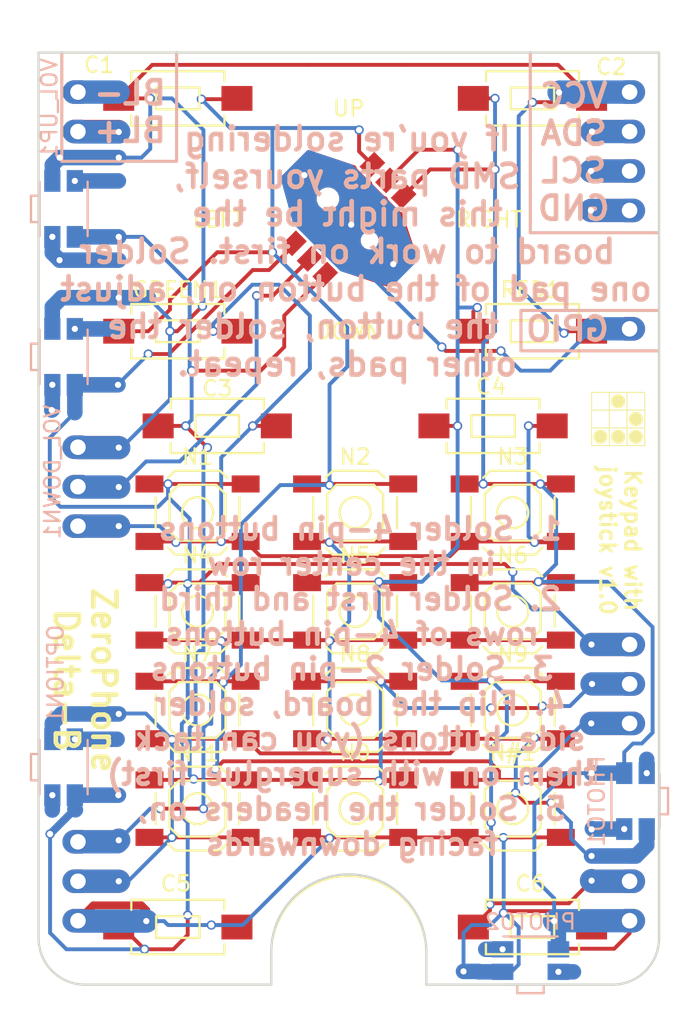
<source format=kicad_pcb>
(kicad_pcb (version 4) (host pcbnew 4.0.7)

  (general
    (links 82)
    (no_connects 0)
    (area 145.889 101.4886 191.306 167.774)
    (thickness 1.6)
    (drawings 29)
    (tracks 602)
    (zones 0)
    (modules 28)
    (nets 13)
  )

  (page A4)
  (layers
    (0 F.Cu signal)
    (31 B.Cu signal)
    (32 B.Adhes user)
    (33 F.Adhes user)
    (34 B.Paste user)
    (35 F.Paste user)
    (36 B.SilkS user)
    (37 F.SilkS user)
    (38 B.Mask user)
    (39 F.Mask user)
    (40 Dwgs.User user)
    (41 Cmts.User user)
    (42 Eco1.User user)
    (43 Eco2.User user hide)
    (44 Edge.Cuts user)
    (45 Margin user)
    (46 B.CrtYd user)
    (47 F.CrtYd user)
    (48 B.Fab user)
    (49 F.Fab user)
  )

  (setup
    (last_trace_width 0.25)
    (user_trace_width 0.5)
    (user_trace_width 1)
    (user_trace_width 1.5)
    (trace_clearance 0.2)
    (zone_clearance 0.2)
    (zone_45_only no)
    (trace_min 0.2)
    (segment_width 0.2)
    (edge_width 0.15)
    (via_size 0.6)
    (via_drill 0.4)
    (via_min_size 0.4)
    (via_min_drill 0.3)
    (uvia_size 0.3)
    (uvia_drill 0.1)
    (uvias_allowed no)
    (uvia_min_size 0.2)
    (uvia_min_drill 0.1)
    (pcb_text_width 0.3)
    (pcb_text_size 1.5 1.5)
    (mod_edge_width 0.15)
    (mod_text_size 1 1)
    (mod_text_width 0.15)
    (pad_size 1.8 2)
    (pad_drill 0)
    (pad_to_mask_clearance 0.2)
    (aux_axis_origin 188.5 105)
    (visible_elements 7FFEFF7F)
    (pcbplotparams
      (layerselection 0x010f0_80000001)
      (usegerberextensions true)
      (excludeedgelayer true)
      (linewidth 0.100000)
      (plotframeref false)
      (viasonmask false)
      (mode 1)
      (useauxorigin true)
      (hpglpennumber 1)
      (hpglpenspeed 20)
      (hpglpendiameter 15)
      (hpglpenoverlay 2)
      (psnegative false)
      (psa4output false)
      (plotreference true)
      (plotvalue true)
      (plotinvisibletext false)
      (padsonsilk false)
      (subtractmaskfromsilk false)
      (outputformat 1)
      (mirror false)
      (drillshape 0)
      (scaleselection 1)
      (outputdirectory gerbers/))
  )

  (net 0 "")
  (net 1 /COL1)
  (net 2 /ROW3)
  (net 3 /ROW1)
  (net 4 /COL3)
  (net 5 /ROW4)
  (net 6 /ROW2)
  (net 7 /COL6)
  (net 8 /ROW5)
  (net 9 /COL2)
  (net 10 /COL5)
  (net 11 /COL4)
  (net 12 GND)

  (net_class Default "This is the default net class."
    (clearance 0.2)
    (trace_width 0.25)
    (via_dia 0.6)
    (via_drill 0.4)
    (uvia_dia 0.3)
    (uvia_drill 0.1)
    (add_net /COL1)
    (add_net /COL2)
    (add_net /COL3)
    (add_net /COL4)
    (add_net /COL5)
    (add_net /COL6)
    (add_net /ROW1)
    (add_net /ROW2)
    (add_net /ROW3)
    (add_net /ROW4)
    (add_net /ROW5)
    (add_net GND)
  )

  (module Buttons_Switches_SMD:SW_SPST_SKQG (layer F.Cu) (tedit 58497F7A) (tstamp 58495D4C)
    (at 179.07 153.67)
    (descr "ALPS 5.2mm Square Low-profile TACT Switch (SMD)")
    (tags "SPST Button Switch")
    (path /58472539)
    (attr smd)
    (fp_text reference N#1 (at 0 -3.6) (layer F.SilkS)
      (effects (font (size 1 1) (thickness 0.15)))
    )
    (fp_text value AB2_SWITCH_MOMENTARY (at 0 3.7) (layer F.Fab)
      (effects (font (size 1 1) (thickness 0.15)))
    )
    (fp_line (start -4.25 -2.95) (end -4.25 2.95) (layer F.CrtYd) (width 0.05))
    (fp_line (start 4.25 -2.95) (end -4.25 -2.95) (layer F.CrtYd) (width 0.05))
    (fp_line (start 4.25 2.95) (end 4.25 -2.95) (layer F.CrtYd) (width 0.05))
    (fp_line (start -4.25 2.95) (end 4.25 2.95) (layer F.CrtYd) (width 0.05))
    (fp_circle (center 0 0) (end 1 0) (layer F.SilkS) (width 0.15))
    (fp_line (start -1.2 -1.8) (end 1.2 -1.8) (layer F.SilkS) (width 0.15))
    (fp_line (start -1.8 -1.2) (end -1.2 -1.8) (layer F.SilkS) (width 0.15))
    (fp_line (start -1.8 1.2) (end -1.8 -1.2) (layer F.SilkS) (width 0.15))
    (fp_line (start -1.2 1.8) (end -1.8 1.2) (layer F.SilkS) (width 0.15))
    (fp_line (start 1.2 1.8) (end -1.2 1.8) (layer F.SilkS) (width 0.15))
    (fp_line (start 1.8 1.2) (end 1.2 1.8) (layer F.SilkS) (width 0.15))
    (fp_line (start 1.8 -1.2) (end 1.8 1.2) (layer F.SilkS) (width 0.15))
    (fp_line (start 1.2 -1.8) (end 1.8 -1.2) (layer F.SilkS) (width 0.15))
    (fp_line (start -1.45 -2.7) (end 1.45 -2.7) (layer F.SilkS) (width 0.15))
    (fp_line (start -1.9 -2.25) (end -1.45 -2.7) (layer F.SilkS) (width 0.15))
    (fp_line (start -2.7 1) (end -2.7 -1) (layer F.SilkS) (width 0.15))
    (fp_line (start -1.45 2.7) (end -1.9 2.25) (layer F.SilkS) (width 0.15))
    (fp_line (start 1.45 2.7) (end -1.45 2.7) (layer F.SilkS) (width 0.15))
    (fp_line (start 1.9 2.25) (end 1.45 2.7) (layer F.SilkS) (width 0.15))
    (fp_line (start 2.7 -1) (end 2.7 1) (layer F.SilkS) (width 0.15))
    (fp_line (start 1.45 -2.7) (end 1.9 -2.25) (layer F.SilkS) (width 0.15))
    (pad 1 smd rect (at -3.1 -1.85) (size 1.8 1.1) (layers F.Cu F.Paste F.Mask)
      (net 2 /ROW3))
    (pad 1 smd rect (at 3.1 -1.85) (size 1.8 1.1) (layers F.Cu F.Paste F.Mask)
      (net 2 /ROW3))
    (pad 2 smd rect (at -3.1 1.85) (size 1.8 1.1) (layers F.Cu F.Paste F.Mask)
      (net 7 /COL6))
    (pad 2 smd rect (at 3.1 1.85) (size 1.8 1.1) (layers F.Cu F.Paste F.Mask)
      (net 7 /COL6))
    (model ${KIPRJMOD}/libs/SKQG/AB2_PB_MOM_5.2MM_SMD_1.1MM_KEY.wrl
      (at (xyz 0 0 0))
      (scale (xyz 0.3937 0.3937 0.3937))
      (rotate (xyz 0 0 0))
    )
  )

  (module Buttons_Switches_SMD:SW_SPST_SKQG (layer F.Cu) (tedit 5849806F) (tstamp 58495D54)
    (at 158.75 153.67)
    (descr "ALPS 5.2mm Square Low-profile TACT Switch (SMD)")
    (tags "SPST Button Switch")
    (path /58472515)
    (attr smd)
    (fp_text reference N*1 (at 0 -3.556) (layer F.SilkS)
      (effects (font (size 1 1) (thickness 0.15)))
    )
    (fp_text value AB2_SWITCH_MOMENTARY (at 0 3.7) (layer F.Fab)
      (effects (font (size 1 1) (thickness 0.15)))
    )
    (fp_line (start -4.25 -2.95) (end -4.25 2.95) (layer F.CrtYd) (width 0.05))
    (fp_line (start 4.25 -2.95) (end -4.25 -2.95) (layer F.CrtYd) (width 0.05))
    (fp_line (start 4.25 2.95) (end 4.25 -2.95) (layer F.CrtYd) (width 0.05))
    (fp_line (start -4.25 2.95) (end 4.25 2.95) (layer F.CrtYd) (width 0.05))
    (fp_circle (center 0 0) (end 1 0) (layer F.SilkS) (width 0.15))
    (fp_line (start -1.2 -1.8) (end 1.2 -1.8) (layer F.SilkS) (width 0.15))
    (fp_line (start -1.8 -1.2) (end -1.2 -1.8) (layer F.SilkS) (width 0.15))
    (fp_line (start -1.8 1.2) (end -1.8 -1.2) (layer F.SilkS) (width 0.15))
    (fp_line (start -1.2 1.8) (end -1.8 1.2) (layer F.SilkS) (width 0.15))
    (fp_line (start 1.2 1.8) (end -1.2 1.8) (layer F.SilkS) (width 0.15))
    (fp_line (start 1.8 1.2) (end 1.2 1.8) (layer F.SilkS) (width 0.15))
    (fp_line (start 1.8 -1.2) (end 1.8 1.2) (layer F.SilkS) (width 0.15))
    (fp_line (start 1.2 -1.8) (end 1.8 -1.2) (layer F.SilkS) (width 0.15))
    (fp_line (start -1.45 -2.7) (end 1.45 -2.7) (layer F.SilkS) (width 0.15))
    (fp_line (start -1.9 -2.25) (end -1.45 -2.7) (layer F.SilkS) (width 0.15))
    (fp_line (start -2.7 1) (end -2.7 -1) (layer F.SilkS) (width 0.15))
    (fp_line (start -1.45 2.7) (end -1.9 2.25) (layer F.SilkS) (width 0.15))
    (fp_line (start 1.45 2.7) (end -1.45 2.7) (layer F.SilkS) (width 0.15))
    (fp_line (start 1.9 2.25) (end 1.45 2.7) (layer F.SilkS) (width 0.15))
    (fp_line (start 2.7 -1) (end 2.7 1) (layer F.SilkS) (width 0.15))
    (fp_line (start 1.45 -2.7) (end 1.9 -2.25) (layer F.SilkS) (width 0.15))
    (pad 1 smd rect (at -3.1 -1.85) (size 1.8 1.1) (layers F.Cu F.Paste F.Mask)
      (net 5 /ROW4))
    (pad 1 smd rect (at 3.1 -1.85) (size 1.8 1.1) (layers F.Cu F.Paste F.Mask)
      (net 5 /ROW4))
    (pad 2 smd rect (at -3.1 1.85) (size 1.8 1.1) (layers F.Cu F.Paste F.Mask)
      (net 10 /COL5))
    (pad 2 smd rect (at 3.1 1.85) (size 1.8 1.1) (layers F.Cu F.Paste F.Mask)
      (net 10 /COL5))
    (model ${KIPRJMOD}/libs/SKQG/AB2_PB_MOM_5.2MM_SMD_1.1MM_KEY.wrl
      (at (xyz 0 0 0))
      (scale (xyz 0.3937 0.3937 0.3937))
      (rotate (xyz 0 0 0))
    )
  )

  (module Buttons_Switches_SMD:SW_SPST_SKQG (layer F.Cu) (tedit 58497F7F) (tstamp 58495D5C)
    (at 168.91 153.67)
    (descr "ALPS 5.2mm Square Low-profile TACT Switch (SMD)")
    (tags "SPST Button Switch")
    (path /58472533)
    (attr smd)
    (fp_text reference N0 (at 0 -3.6) (layer F.SilkS)
      (effects (font (size 1 1) (thickness 0.15)))
    )
    (fp_text value AB2_SWITCH_MOMENTARY (at 0 3.7) (layer F.Fab)
      (effects (font (size 1 1) (thickness 0.15)))
    )
    (fp_line (start -4.25 -2.95) (end -4.25 2.95) (layer F.CrtYd) (width 0.05))
    (fp_line (start 4.25 -2.95) (end -4.25 -2.95) (layer F.CrtYd) (width 0.05))
    (fp_line (start 4.25 2.95) (end 4.25 -2.95) (layer F.CrtYd) (width 0.05))
    (fp_line (start -4.25 2.95) (end 4.25 2.95) (layer F.CrtYd) (width 0.05))
    (fp_circle (center 0 0) (end 1 0) (layer F.SilkS) (width 0.15))
    (fp_line (start -1.2 -1.8) (end 1.2 -1.8) (layer F.SilkS) (width 0.15))
    (fp_line (start -1.8 -1.2) (end -1.2 -1.8) (layer F.SilkS) (width 0.15))
    (fp_line (start -1.8 1.2) (end -1.8 -1.2) (layer F.SilkS) (width 0.15))
    (fp_line (start -1.2 1.8) (end -1.8 1.2) (layer F.SilkS) (width 0.15))
    (fp_line (start 1.2 1.8) (end -1.2 1.8) (layer F.SilkS) (width 0.15))
    (fp_line (start 1.8 1.2) (end 1.2 1.8) (layer F.SilkS) (width 0.15))
    (fp_line (start 1.8 -1.2) (end 1.8 1.2) (layer F.SilkS) (width 0.15))
    (fp_line (start 1.2 -1.8) (end 1.8 -1.2) (layer F.SilkS) (width 0.15))
    (fp_line (start -1.45 -2.7) (end 1.45 -2.7) (layer F.SilkS) (width 0.15))
    (fp_line (start -1.9 -2.25) (end -1.45 -2.7) (layer F.SilkS) (width 0.15))
    (fp_line (start -2.7 1) (end -2.7 -1) (layer F.SilkS) (width 0.15))
    (fp_line (start -1.45 2.7) (end -1.9 2.25) (layer F.SilkS) (width 0.15))
    (fp_line (start 1.45 2.7) (end -1.45 2.7) (layer F.SilkS) (width 0.15))
    (fp_line (start 1.9 2.25) (end 1.45 2.7) (layer F.SilkS) (width 0.15))
    (fp_line (start 2.7 -1) (end 2.7 1) (layer F.SilkS) (width 0.15))
    (fp_line (start 1.45 -2.7) (end 1.9 -2.25) (layer F.SilkS) (width 0.15))
    (pad 1 smd rect (at -3.1 -1.85) (size 1.8 1.1) (layers F.Cu F.Paste F.Mask)
      (net 5 /ROW4))
    (pad 1 smd rect (at 3.1 -1.85) (size 1.8 1.1) (layers F.Cu F.Paste F.Mask)
      (net 5 /ROW4))
    (pad 2 smd rect (at -3.1 1.85) (size 1.8 1.1) (layers F.Cu F.Paste F.Mask)
      (net 7 /COL6))
    (pad 2 smd rect (at 3.1 1.85) (size 1.8 1.1) (layers F.Cu F.Paste F.Mask)
      (net 7 /COL6))
    (model ${KIPRJMOD}/libs/SKQG/AB2_PB_MOM_5.2MM_SMD_1.1MM_KEY.wrl
      (at (xyz 0 0 0))
      (scale (xyz 0.3937 0.3937 0.3937))
      (rotate (xyz 0 0 0))
    )
  )

  (module Buttons_Switches_SMD:SW_SPST_SKQG (layer F.Cu) (tedit 58497F47) (tstamp 58495D64)
    (at 158.75 134.62)
    (descr "ALPS 5.2mm Square Low-profile TACT Switch (SMD)")
    (tags "SPST Button Switch")
    (path /5847235A)
    (attr smd)
    (fp_text reference N1 (at 0 -3.6) (layer F.SilkS)
      (effects (font (size 1 1) (thickness 0.15)))
    )
    (fp_text value AB2_SWITCH_MOMENTARY (at 0 3.7) (layer F.Fab)
      (effects (font (size 1 1) (thickness 0.15)))
    )
    (fp_line (start -4.25 -2.95) (end -4.25 2.95) (layer F.CrtYd) (width 0.05))
    (fp_line (start 4.25 -2.95) (end -4.25 -2.95) (layer F.CrtYd) (width 0.05))
    (fp_line (start 4.25 2.95) (end 4.25 -2.95) (layer F.CrtYd) (width 0.05))
    (fp_line (start -4.25 2.95) (end 4.25 2.95) (layer F.CrtYd) (width 0.05))
    (fp_circle (center 0 0) (end 1 0) (layer F.SilkS) (width 0.15))
    (fp_line (start -1.2 -1.8) (end 1.2 -1.8) (layer F.SilkS) (width 0.15))
    (fp_line (start -1.8 -1.2) (end -1.2 -1.8) (layer F.SilkS) (width 0.15))
    (fp_line (start -1.8 1.2) (end -1.8 -1.2) (layer F.SilkS) (width 0.15))
    (fp_line (start -1.2 1.8) (end -1.8 1.2) (layer F.SilkS) (width 0.15))
    (fp_line (start 1.2 1.8) (end -1.2 1.8) (layer F.SilkS) (width 0.15))
    (fp_line (start 1.8 1.2) (end 1.2 1.8) (layer F.SilkS) (width 0.15))
    (fp_line (start 1.8 -1.2) (end 1.8 1.2) (layer F.SilkS) (width 0.15))
    (fp_line (start 1.2 -1.8) (end 1.8 -1.2) (layer F.SilkS) (width 0.15))
    (fp_line (start -1.45 -2.7) (end 1.45 -2.7) (layer F.SilkS) (width 0.15))
    (fp_line (start -1.9 -2.25) (end -1.45 -2.7) (layer F.SilkS) (width 0.15))
    (fp_line (start -2.7 1) (end -2.7 -1) (layer F.SilkS) (width 0.15))
    (fp_line (start -1.45 2.7) (end -1.9 2.25) (layer F.SilkS) (width 0.15))
    (fp_line (start 1.45 2.7) (end -1.45 2.7) (layer F.SilkS) (width 0.15))
    (fp_line (start 1.9 2.25) (end 1.45 2.7) (layer F.SilkS) (width 0.15))
    (fp_line (start 2.7 -1) (end 2.7 1) (layer F.SilkS) (width 0.15))
    (fp_line (start 1.45 -2.7) (end 1.9 -2.25) (layer F.SilkS) (width 0.15))
    (pad 1 smd rect (at -3.1 -1.85) (size 1.8 1.1) (layers F.Cu F.Paste F.Mask)
      (net 8 /ROW5))
    (pad 1 smd rect (at 3.1 -1.85) (size 1.8 1.1) (layers F.Cu F.Paste F.Mask)
      (net 8 /ROW5))
    (pad 2 smd rect (at -3.1 1.85) (size 1.8 1.1) (layers F.Cu F.Paste F.Mask)
      (net 4 /COL3))
    (pad 2 smd rect (at 3.1 1.85) (size 1.8 1.1) (layers F.Cu F.Paste F.Mask)
      (net 4 /COL3))
    (model ${KIPRJMOD}/libs/SKQG/AB2_PB_MOM_5.2MM_SMD_1.1MM_KEY.wrl
      (at (xyz 0 0 0))
      (scale (xyz 0.3937 0.3937 0.3937))
      (rotate (xyz 0 0 0))
    )
  )

  (module Buttons_Switches_SMD:SW_SPST_SKQG (layer F.Cu) (tedit 58497F51) (tstamp 58495D6C)
    (at 168.91 134.62)
    (descr "ALPS 5.2mm Square Low-profile TACT Switch (SMD)")
    (tags "SPST Button Switch")
    (path /584724FD)
    (attr smd)
    (fp_text reference N2 (at 0 -3.6) (layer F.SilkS)
      (effects (font (size 1 1) (thickness 0.15)))
    )
    (fp_text value AB2_SWITCH_MOMENTARY (at 0 3.7) (layer F.Fab)
      (effects (font (size 1 1) (thickness 0.15)))
    )
    (fp_line (start -4.25 -2.95) (end -4.25 2.95) (layer F.CrtYd) (width 0.05))
    (fp_line (start 4.25 -2.95) (end -4.25 -2.95) (layer F.CrtYd) (width 0.05))
    (fp_line (start 4.25 2.95) (end 4.25 -2.95) (layer F.CrtYd) (width 0.05))
    (fp_line (start -4.25 2.95) (end 4.25 2.95) (layer F.CrtYd) (width 0.05))
    (fp_circle (center 0 0) (end 1 0) (layer F.SilkS) (width 0.15))
    (fp_line (start -1.2 -1.8) (end 1.2 -1.8) (layer F.SilkS) (width 0.15))
    (fp_line (start -1.8 -1.2) (end -1.2 -1.8) (layer F.SilkS) (width 0.15))
    (fp_line (start -1.8 1.2) (end -1.8 -1.2) (layer F.SilkS) (width 0.15))
    (fp_line (start -1.2 1.8) (end -1.8 1.2) (layer F.SilkS) (width 0.15))
    (fp_line (start 1.2 1.8) (end -1.2 1.8) (layer F.SilkS) (width 0.15))
    (fp_line (start 1.8 1.2) (end 1.2 1.8) (layer F.SilkS) (width 0.15))
    (fp_line (start 1.8 -1.2) (end 1.8 1.2) (layer F.SilkS) (width 0.15))
    (fp_line (start 1.2 -1.8) (end 1.8 -1.2) (layer F.SilkS) (width 0.15))
    (fp_line (start -1.45 -2.7) (end 1.45 -2.7) (layer F.SilkS) (width 0.15))
    (fp_line (start -1.9 -2.25) (end -1.45 -2.7) (layer F.SilkS) (width 0.15))
    (fp_line (start -2.7 1) (end -2.7 -1) (layer F.SilkS) (width 0.15))
    (fp_line (start -1.45 2.7) (end -1.9 2.25) (layer F.SilkS) (width 0.15))
    (fp_line (start 1.45 2.7) (end -1.45 2.7) (layer F.SilkS) (width 0.15))
    (fp_line (start 1.9 2.25) (end 1.45 2.7) (layer F.SilkS) (width 0.15))
    (fp_line (start 2.7 -1) (end 2.7 1) (layer F.SilkS) (width 0.15))
    (fp_line (start 1.45 -2.7) (end 1.9 -2.25) (layer F.SilkS) (width 0.15))
    (pad 1 smd rect (at -3.1 -1.85) (size 1.8 1.1) (layers F.Cu F.Paste F.Mask)
      (net 2 /ROW3))
    (pad 1 smd rect (at 3.1 -1.85) (size 1.8 1.1) (layers F.Cu F.Paste F.Mask)
      (net 2 /ROW3))
    (pad 2 smd rect (at -3.1 1.85) (size 1.8 1.1) (layers F.Cu F.Paste F.Mask)
      (net 11 /COL4))
    (pad 2 smd rect (at 3.1 1.85) (size 1.8 1.1) (layers F.Cu F.Paste F.Mask)
      (net 11 /COL4))
    (model ${KIPRJMOD}/libs/SKQG/AB2_PB_MOM_5.2MM_SMD_1.1MM_KEY.wrl
      (at (xyz 0 0 0))
      (scale (xyz 0.3937 0.3937 0.3937))
      (rotate (xyz 0 0 0))
    )
  )

  (module Buttons_Switches_SMD:SW_SPST_SKQG (layer F.Cu) (tedit 58497FE3) (tstamp 58495D74)
    (at 179.07 134.62)
    (descr "ALPS 5.2mm Square Low-profile TACT Switch (SMD)")
    (tags "SPST Button Switch")
    (path /58472372)
    (attr smd)
    (fp_text reference N3 (at 0 -3.6) (layer F.SilkS)
      (effects (font (size 1 1) (thickness 0.15)))
    )
    (fp_text value AB2_SWITCH_MOMENTARY (at 0 3.7) (layer F.Fab)
      (effects (font (size 1 1) (thickness 0.15)))
    )
    (fp_line (start -4.25 -2.95) (end -4.25 2.95) (layer F.CrtYd) (width 0.05))
    (fp_line (start 4.25 -2.95) (end -4.25 -2.95) (layer F.CrtYd) (width 0.05))
    (fp_line (start 4.25 2.95) (end 4.25 -2.95) (layer F.CrtYd) (width 0.05))
    (fp_line (start -4.25 2.95) (end 4.25 2.95) (layer F.CrtYd) (width 0.05))
    (fp_circle (center 0 0) (end 1 0) (layer F.SilkS) (width 0.15))
    (fp_line (start -1.2 -1.8) (end 1.2 -1.8) (layer F.SilkS) (width 0.15))
    (fp_line (start -1.8 -1.2) (end -1.2 -1.8) (layer F.SilkS) (width 0.15))
    (fp_line (start -1.8 1.2) (end -1.8 -1.2) (layer F.SilkS) (width 0.15))
    (fp_line (start -1.2 1.8) (end -1.8 1.2) (layer F.SilkS) (width 0.15))
    (fp_line (start 1.2 1.8) (end -1.2 1.8) (layer F.SilkS) (width 0.15))
    (fp_line (start 1.8 1.2) (end 1.2 1.8) (layer F.SilkS) (width 0.15))
    (fp_line (start 1.8 -1.2) (end 1.8 1.2) (layer F.SilkS) (width 0.15))
    (fp_line (start 1.2 -1.8) (end 1.8 -1.2) (layer F.SilkS) (width 0.15))
    (fp_line (start -1.45 -2.7) (end 1.45 -2.7) (layer F.SilkS) (width 0.15))
    (fp_line (start -1.9 -2.25) (end -1.45 -2.7) (layer F.SilkS) (width 0.15))
    (fp_line (start -2.7 1) (end -2.7 -1) (layer F.SilkS) (width 0.15))
    (fp_line (start -1.45 2.7) (end -1.9 2.25) (layer F.SilkS) (width 0.15))
    (fp_line (start 1.45 2.7) (end -1.45 2.7) (layer F.SilkS) (width 0.15))
    (fp_line (start 1.9 2.25) (end 1.45 2.7) (layer F.SilkS) (width 0.15))
    (fp_line (start 2.7 -1) (end 2.7 1) (layer F.SilkS) (width 0.15))
    (fp_line (start 1.45 -2.7) (end 1.9 -2.25) (layer F.SilkS) (width 0.15))
    (pad 1 smd rect (at -3.1 -1.85) (size 1.8 1.1) (layers F.Cu F.Paste F.Mask)
      (net 3 /ROW1))
    (pad 1 smd rect (at 3.1 -1.85) (size 1.8 1.1) (layers F.Cu F.Paste F.Mask)
      (net 3 /ROW1))
    (pad 2 smd rect (at -3.1 1.85) (size 1.8 1.1) (layers F.Cu F.Paste F.Mask)
      (net 4 /COL3))
    (pad 2 smd rect (at 3.1 1.85) (size 1.8 1.1) (layers F.Cu F.Paste F.Mask)
      (net 4 /COL3))
    (model ${KIPRJMOD}/libs/SKQG/AB2_PB_MOM_5.2MM_SMD_1.1MM_KEY.wrl
      (at (xyz 0 0 0))
      (scale (xyz 0.3937 0.3937 0.3937))
      (rotate (xyz 0 0 0))
    )
  )

  (module Buttons_Switches_SMD:SW_SPST_SKQG (layer F.Cu) (tedit 58497F63) (tstamp 58495D7C)
    (at 158.75 140.97)
    (descr "ALPS 5.2mm Square Low-profile TACT Switch (SMD)")
    (tags "SPST Button Switch")
    (path /584724F1)
    (attr smd)
    (fp_text reference N4 (at 0 -3.6) (layer F.SilkS)
      (effects (font (size 1 1) (thickness 0.15)))
    )
    (fp_text value AB2_SWITCH_MOMENTARY (at 0 3.7) (layer F.Fab)
      (effects (font (size 1 1) (thickness 0.15)))
    )
    (fp_line (start -4.25 -2.95) (end -4.25 2.95) (layer F.CrtYd) (width 0.05))
    (fp_line (start 4.25 -2.95) (end -4.25 -2.95) (layer F.CrtYd) (width 0.05))
    (fp_line (start 4.25 2.95) (end 4.25 -2.95) (layer F.CrtYd) (width 0.05))
    (fp_line (start -4.25 2.95) (end 4.25 2.95) (layer F.CrtYd) (width 0.05))
    (fp_circle (center 0 0) (end 1 0) (layer F.SilkS) (width 0.15))
    (fp_line (start -1.2 -1.8) (end 1.2 -1.8) (layer F.SilkS) (width 0.15))
    (fp_line (start -1.8 -1.2) (end -1.2 -1.8) (layer F.SilkS) (width 0.15))
    (fp_line (start -1.8 1.2) (end -1.8 -1.2) (layer F.SilkS) (width 0.15))
    (fp_line (start -1.2 1.8) (end -1.8 1.2) (layer F.SilkS) (width 0.15))
    (fp_line (start 1.2 1.8) (end -1.2 1.8) (layer F.SilkS) (width 0.15))
    (fp_line (start 1.8 1.2) (end 1.2 1.8) (layer F.SilkS) (width 0.15))
    (fp_line (start 1.8 -1.2) (end 1.8 1.2) (layer F.SilkS) (width 0.15))
    (fp_line (start 1.2 -1.8) (end 1.8 -1.2) (layer F.SilkS) (width 0.15))
    (fp_line (start -1.45 -2.7) (end 1.45 -2.7) (layer F.SilkS) (width 0.15))
    (fp_line (start -1.9 -2.25) (end -1.45 -2.7) (layer F.SilkS) (width 0.15))
    (fp_line (start -2.7 1) (end -2.7 -1) (layer F.SilkS) (width 0.15))
    (fp_line (start -1.45 2.7) (end -1.9 2.25) (layer F.SilkS) (width 0.15))
    (fp_line (start 1.45 2.7) (end -1.45 2.7) (layer F.SilkS) (width 0.15))
    (fp_line (start 1.9 2.25) (end 1.45 2.7) (layer F.SilkS) (width 0.15))
    (fp_line (start 2.7 -1) (end 2.7 1) (layer F.SilkS) (width 0.15))
    (fp_line (start 1.45 -2.7) (end 1.9 -2.25) (layer F.SilkS) (width 0.15))
    (pad 1 smd rect (at -3.1 -1.85) (size 1.8 1.1) (layers F.Cu F.Paste F.Mask)
      (net 8 /ROW5))
    (pad 1 smd rect (at 3.1 -1.85) (size 1.8 1.1) (layers F.Cu F.Paste F.Mask)
      (net 8 /ROW5))
    (pad 2 smd rect (at -3.1 1.85) (size 1.8 1.1) (layers F.Cu F.Paste F.Mask)
      (net 11 /COL4))
    (pad 2 smd rect (at 3.1 1.85) (size 1.8 1.1) (layers F.Cu F.Paste F.Mask)
      (net 11 /COL4))
    (model ${KIPRJMOD}/libs/SKQG/AB2_PB_MOM_5.2MM_SMD_1.1MM_KEY.wrl
      (at (xyz 0 0 0))
      (scale (xyz 0.3937 0.3937 0.3937))
      (rotate (xyz 0 0 0))
    )
  )

  (module Buttons_Switches_SMD:SW_SPST_SKQG (layer F.Cu) (tedit 58497F68) (tstamp 58495D84)
    (at 168.91 140.97)
    (descr "ALPS 5.2mm Square Low-profile TACT Switch (SMD)")
    (tags "SPST Button Switch")
    (path /58472503)
    (attr smd)
    (fp_text reference N5 (at 0 -3.6) (layer F.SilkS)
      (effects (font (size 1 1) (thickness 0.15)))
    )
    (fp_text value AB2_SWITCH_MOMENTARY (at 0 3.7) (layer F.Fab)
      (effects (font (size 1 1) (thickness 0.15)))
    )
    (fp_line (start -4.25 -2.95) (end -4.25 2.95) (layer F.CrtYd) (width 0.05))
    (fp_line (start 4.25 -2.95) (end -4.25 -2.95) (layer F.CrtYd) (width 0.05))
    (fp_line (start 4.25 2.95) (end 4.25 -2.95) (layer F.CrtYd) (width 0.05))
    (fp_line (start -4.25 2.95) (end 4.25 2.95) (layer F.CrtYd) (width 0.05))
    (fp_circle (center 0 0) (end 1 0) (layer F.SilkS) (width 0.15))
    (fp_line (start -1.2 -1.8) (end 1.2 -1.8) (layer F.SilkS) (width 0.15))
    (fp_line (start -1.8 -1.2) (end -1.2 -1.8) (layer F.SilkS) (width 0.15))
    (fp_line (start -1.8 1.2) (end -1.8 -1.2) (layer F.SilkS) (width 0.15))
    (fp_line (start -1.2 1.8) (end -1.8 1.2) (layer F.SilkS) (width 0.15))
    (fp_line (start 1.2 1.8) (end -1.2 1.8) (layer F.SilkS) (width 0.15))
    (fp_line (start 1.8 1.2) (end 1.2 1.8) (layer F.SilkS) (width 0.15))
    (fp_line (start 1.8 -1.2) (end 1.8 1.2) (layer F.SilkS) (width 0.15))
    (fp_line (start 1.2 -1.8) (end 1.8 -1.2) (layer F.SilkS) (width 0.15))
    (fp_line (start -1.45 -2.7) (end 1.45 -2.7) (layer F.SilkS) (width 0.15))
    (fp_line (start -1.9 -2.25) (end -1.45 -2.7) (layer F.SilkS) (width 0.15))
    (fp_line (start -2.7 1) (end -2.7 -1) (layer F.SilkS) (width 0.15))
    (fp_line (start -1.45 2.7) (end -1.9 2.25) (layer F.SilkS) (width 0.15))
    (fp_line (start 1.45 2.7) (end -1.45 2.7) (layer F.SilkS) (width 0.15))
    (fp_line (start 1.9 2.25) (end 1.45 2.7) (layer F.SilkS) (width 0.15))
    (fp_line (start 2.7 -1) (end 2.7 1) (layer F.SilkS) (width 0.15))
    (fp_line (start 1.45 -2.7) (end 1.9 -2.25) (layer F.SilkS) (width 0.15))
    (pad 1 smd rect (at -3.1 -1.85) (size 1.8 1.1) (layers F.Cu F.Paste F.Mask)
      (net 6 /ROW2))
    (pad 1 smd rect (at 3.1 -1.85) (size 1.8 1.1) (layers F.Cu F.Paste F.Mask)
      (net 6 /ROW2))
    (pad 2 smd rect (at -3.1 1.85) (size 1.8 1.1) (layers F.Cu F.Paste F.Mask)
      (net 11 /COL4))
    (pad 2 smd rect (at 3.1 1.85) (size 1.8 1.1) (layers F.Cu F.Paste F.Mask)
      (net 11 /COL4))
    (model ${KIPRJMOD}/libs/SKQG/AB2_PB_MOM_5.2MM_SMD_1.1MM_KEY.wrl
      (at (xyz 0 0 0))
      (scale (xyz 0.3937 0.3937 0.3937))
      (rotate (xyz 0 0 0))
    )
  )

  (module Buttons_Switches_SMD:SW_SPST_SKQG (layer F.Cu) (tedit 58497F6C) (tstamp 58495D8C)
    (at 179.07 140.97)
    (descr "ALPS 5.2mm Square Low-profile TACT Switch (SMD)")
    (tags "SPST Button Switch")
    (path /58472509)
    (attr smd)
    (fp_text reference N6 (at 0 -3.6) (layer F.SilkS)
      (effects (font (size 1 1) (thickness 0.15)))
    )
    (fp_text value AB2_SWITCH_MOMENTARY (at 0 3.7) (layer F.Fab)
      (effects (font (size 1 1) (thickness 0.15)))
    )
    (fp_line (start -4.25 -2.95) (end -4.25 2.95) (layer F.CrtYd) (width 0.05))
    (fp_line (start 4.25 -2.95) (end -4.25 -2.95) (layer F.CrtYd) (width 0.05))
    (fp_line (start 4.25 2.95) (end 4.25 -2.95) (layer F.CrtYd) (width 0.05))
    (fp_line (start -4.25 2.95) (end 4.25 2.95) (layer F.CrtYd) (width 0.05))
    (fp_circle (center 0 0) (end 1 0) (layer F.SilkS) (width 0.15))
    (fp_line (start -1.2 -1.8) (end 1.2 -1.8) (layer F.SilkS) (width 0.15))
    (fp_line (start -1.8 -1.2) (end -1.2 -1.8) (layer F.SilkS) (width 0.15))
    (fp_line (start -1.8 1.2) (end -1.8 -1.2) (layer F.SilkS) (width 0.15))
    (fp_line (start -1.2 1.8) (end -1.8 1.2) (layer F.SilkS) (width 0.15))
    (fp_line (start 1.2 1.8) (end -1.2 1.8) (layer F.SilkS) (width 0.15))
    (fp_line (start 1.8 1.2) (end 1.2 1.8) (layer F.SilkS) (width 0.15))
    (fp_line (start 1.8 -1.2) (end 1.8 1.2) (layer F.SilkS) (width 0.15))
    (fp_line (start 1.2 -1.8) (end 1.8 -1.2) (layer F.SilkS) (width 0.15))
    (fp_line (start -1.45 -2.7) (end 1.45 -2.7) (layer F.SilkS) (width 0.15))
    (fp_line (start -1.9 -2.25) (end -1.45 -2.7) (layer F.SilkS) (width 0.15))
    (fp_line (start -2.7 1) (end -2.7 -1) (layer F.SilkS) (width 0.15))
    (fp_line (start -1.45 2.7) (end -1.9 2.25) (layer F.SilkS) (width 0.15))
    (fp_line (start 1.45 2.7) (end -1.45 2.7) (layer F.SilkS) (width 0.15))
    (fp_line (start 1.9 2.25) (end 1.45 2.7) (layer F.SilkS) (width 0.15))
    (fp_line (start 2.7 -1) (end 2.7 1) (layer F.SilkS) (width 0.15))
    (fp_line (start 1.45 -2.7) (end 1.9 -2.25) (layer F.SilkS) (width 0.15))
    (pad 1 smd rect (at -3.1 -1.85) (size 1.8 1.1) (layers F.Cu F.Paste F.Mask)
      (net 3 /ROW1))
    (pad 1 smd rect (at 3.1 -1.85) (size 1.8 1.1) (layers F.Cu F.Paste F.Mask)
      (net 3 /ROW1))
    (pad 2 smd rect (at -3.1 1.85) (size 1.8 1.1) (layers F.Cu F.Paste F.Mask)
      (net 11 /COL4))
    (pad 2 smd rect (at 3.1 1.85) (size 1.8 1.1) (layers F.Cu F.Paste F.Mask)
      (net 11 /COL4))
    (model ${KIPRJMOD}/libs/SKQG/AB2_PB_MOM_5.2MM_SMD_1.1MM_KEY.wrl
      (at (xyz 0 0 0))
      (scale (xyz 0.3937 0.3937 0.3937))
      (rotate (xyz 0 0 0))
    )
  )

  (module Buttons_Switches_SMD:SW_SPST_SKQG (layer F.Cu) (tedit 5849806A) (tstamp 58495D94)
    (at 158.75 147.32)
    (descr "ALPS 5.2mm Square Low-profile TACT Switch (SMD)")
    (tags "SPST Button Switch")
    (path /5847251B)
    (attr smd)
    (fp_text reference N7 (at 0 -3.6195) (layer F.SilkS)
      (effects (font (size 1 1) (thickness 0.15)))
    )
    (fp_text value AB2_SWITCH_MOMENTARY (at 0 3.7) (layer F.Fab)
      (effects (font (size 1 1) (thickness 0.15)))
    )
    (fp_line (start -4.25 -2.95) (end -4.25 2.95) (layer F.CrtYd) (width 0.05))
    (fp_line (start 4.25 -2.95) (end -4.25 -2.95) (layer F.CrtYd) (width 0.05))
    (fp_line (start 4.25 2.95) (end 4.25 -2.95) (layer F.CrtYd) (width 0.05))
    (fp_line (start -4.25 2.95) (end 4.25 2.95) (layer F.CrtYd) (width 0.05))
    (fp_circle (center 0 0) (end 1 0) (layer F.SilkS) (width 0.15))
    (fp_line (start -1.2 -1.8) (end 1.2 -1.8) (layer F.SilkS) (width 0.15))
    (fp_line (start -1.8 -1.2) (end -1.2 -1.8) (layer F.SilkS) (width 0.15))
    (fp_line (start -1.8 1.2) (end -1.8 -1.2) (layer F.SilkS) (width 0.15))
    (fp_line (start -1.2 1.8) (end -1.8 1.2) (layer F.SilkS) (width 0.15))
    (fp_line (start 1.2 1.8) (end -1.2 1.8) (layer F.SilkS) (width 0.15))
    (fp_line (start 1.8 1.2) (end 1.2 1.8) (layer F.SilkS) (width 0.15))
    (fp_line (start 1.8 -1.2) (end 1.8 1.2) (layer F.SilkS) (width 0.15))
    (fp_line (start 1.2 -1.8) (end 1.8 -1.2) (layer F.SilkS) (width 0.15))
    (fp_line (start -1.45 -2.7) (end 1.45 -2.7) (layer F.SilkS) (width 0.15))
    (fp_line (start -1.9 -2.25) (end -1.45 -2.7) (layer F.SilkS) (width 0.15))
    (fp_line (start -2.7 1) (end -2.7 -1) (layer F.SilkS) (width 0.15))
    (fp_line (start -1.45 2.7) (end -1.9 2.25) (layer F.SilkS) (width 0.15))
    (fp_line (start 1.45 2.7) (end -1.45 2.7) (layer F.SilkS) (width 0.15))
    (fp_line (start 1.9 2.25) (end 1.45 2.7) (layer F.SilkS) (width 0.15))
    (fp_line (start 2.7 -1) (end 2.7 1) (layer F.SilkS) (width 0.15))
    (fp_line (start 1.45 -2.7) (end 1.9 -2.25) (layer F.SilkS) (width 0.15))
    (pad 1 smd rect (at -3.1 -1.85) (size 1.8 1.1) (layers F.Cu F.Paste F.Mask)
      (net 2 /ROW3))
    (pad 1 smd rect (at 3.1 -1.85) (size 1.8 1.1) (layers F.Cu F.Paste F.Mask)
      (net 2 /ROW3))
    (pad 2 smd rect (at -3.1 1.85) (size 1.8 1.1) (layers F.Cu F.Paste F.Mask)
      (net 10 /COL5))
    (pad 2 smd rect (at 3.1 1.85) (size 1.8 1.1) (layers F.Cu F.Paste F.Mask)
      (net 10 /COL5))
    (model ${KIPRJMOD}/libs/SKQG/AB2_PB_MOM_5.2MM_SMD_1.1MM_KEY.wrl
      (at (xyz 0 0 0))
      (scale (xyz 0.3937 0.3937 0.3937))
      (rotate (xyz 0 0 0))
    )
  )

  (module Buttons_Switches_SMD:SW_SPST_SKQG (layer F.Cu) (tedit 58497F71) (tstamp 58495D9C)
    (at 168.91 147.32)
    (descr "ALPS 5.2mm Square Low-profile TACT Switch (SMD)")
    (tags "SPST Button Switch")
    (path /584724F7)
    (attr smd)
    (fp_text reference N8 (at 0 -3.6) (layer F.SilkS)
      (effects (font (size 1 1) (thickness 0.15)))
    )
    (fp_text value AB2_SWITCH_MOMENTARY (at 0 3.7) (layer F.Fab)
      (effects (font (size 1 1) (thickness 0.15)))
    )
    (fp_line (start -4.25 -2.95) (end -4.25 2.95) (layer F.CrtYd) (width 0.05))
    (fp_line (start 4.25 -2.95) (end -4.25 -2.95) (layer F.CrtYd) (width 0.05))
    (fp_line (start 4.25 2.95) (end 4.25 -2.95) (layer F.CrtYd) (width 0.05))
    (fp_line (start -4.25 2.95) (end 4.25 2.95) (layer F.CrtYd) (width 0.05))
    (fp_circle (center 0 0) (end 1 0) (layer F.SilkS) (width 0.15))
    (fp_line (start -1.2 -1.8) (end 1.2 -1.8) (layer F.SilkS) (width 0.15))
    (fp_line (start -1.8 -1.2) (end -1.2 -1.8) (layer F.SilkS) (width 0.15))
    (fp_line (start -1.8 1.2) (end -1.8 -1.2) (layer F.SilkS) (width 0.15))
    (fp_line (start -1.2 1.8) (end -1.8 1.2) (layer F.SilkS) (width 0.15))
    (fp_line (start 1.2 1.8) (end -1.2 1.8) (layer F.SilkS) (width 0.15))
    (fp_line (start 1.8 1.2) (end 1.2 1.8) (layer F.SilkS) (width 0.15))
    (fp_line (start 1.8 -1.2) (end 1.8 1.2) (layer F.SilkS) (width 0.15))
    (fp_line (start 1.2 -1.8) (end 1.8 -1.2) (layer F.SilkS) (width 0.15))
    (fp_line (start -1.45 -2.7) (end 1.45 -2.7) (layer F.SilkS) (width 0.15))
    (fp_line (start -1.9 -2.25) (end -1.45 -2.7) (layer F.SilkS) (width 0.15))
    (fp_line (start -2.7 1) (end -2.7 -1) (layer F.SilkS) (width 0.15))
    (fp_line (start -1.45 2.7) (end -1.9 2.25) (layer F.SilkS) (width 0.15))
    (fp_line (start 1.45 2.7) (end -1.45 2.7) (layer F.SilkS) (width 0.15))
    (fp_line (start 1.9 2.25) (end 1.45 2.7) (layer F.SilkS) (width 0.15))
    (fp_line (start 2.7 -1) (end 2.7 1) (layer F.SilkS) (width 0.15))
    (fp_line (start 1.45 -2.7) (end 1.9 -2.25) (layer F.SilkS) (width 0.15))
    (pad 1 smd rect (at -3.1 -1.85) (size 1.8 1.1) (layers F.Cu F.Paste F.Mask)
      (net 5 /ROW4))
    (pad 1 smd rect (at 3.1 -1.85) (size 1.8 1.1) (layers F.Cu F.Paste F.Mask)
      (net 5 /ROW4))
    (pad 2 smd rect (at -3.1 1.85) (size 1.8 1.1) (layers F.Cu F.Paste F.Mask)
      (net 11 /COL4))
    (pad 2 smd rect (at 3.1 1.85) (size 1.8 1.1) (layers F.Cu F.Paste F.Mask)
      (net 11 /COL4))
    (model ${KIPRJMOD}/libs/SKQG/AB2_PB_MOM_5.2MM_SMD_1.1MM_KEY.wrl
      (at (xyz 0 0 0))
      (scale (xyz 0.3937 0.3937 0.3937))
      (rotate (xyz 0 0 0))
    )
  )

  (module Buttons_Switches_SMD:SW_SPST_SKQG (layer F.Cu) (tedit 58497F75) (tstamp 58495DA4)
    (at 179.07 147.32)
    (descr "ALPS 5.2mm Square Low-profile TACT Switch (SMD)")
    (tags "SPST Button Switch")
    (path /58472521)
    (attr smd)
    (fp_text reference N9 (at 0 -3.6) (layer F.SilkS)
      (effects (font (size 1 1) (thickness 0.15)))
    )
    (fp_text value AB2_SWITCH_MOMENTARY (at 0 3.7) (layer F.Fab)
      (effects (font (size 1 1) (thickness 0.15)))
    )
    (fp_line (start -4.25 -2.95) (end -4.25 2.95) (layer F.CrtYd) (width 0.05))
    (fp_line (start 4.25 -2.95) (end -4.25 -2.95) (layer F.CrtYd) (width 0.05))
    (fp_line (start 4.25 2.95) (end 4.25 -2.95) (layer F.CrtYd) (width 0.05))
    (fp_line (start -4.25 2.95) (end 4.25 2.95) (layer F.CrtYd) (width 0.05))
    (fp_circle (center 0 0) (end 1 0) (layer F.SilkS) (width 0.15))
    (fp_line (start -1.2 -1.8) (end 1.2 -1.8) (layer F.SilkS) (width 0.15))
    (fp_line (start -1.8 -1.2) (end -1.2 -1.8) (layer F.SilkS) (width 0.15))
    (fp_line (start -1.8 1.2) (end -1.8 -1.2) (layer F.SilkS) (width 0.15))
    (fp_line (start -1.2 1.8) (end -1.8 1.2) (layer F.SilkS) (width 0.15))
    (fp_line (start 1.2 1.8) (end -1.2 1.8) (layer F.SilkS) (width 0.15))
    (fp_line (start 1.8 1.2) (end 1.2 1.8) (layer F.SilkS) (width 0.15))
    (fp_line (start 1.8 -1.2) (end 1.8 1.2) (layer F.SilkS) (width 0.15))
    (fp_line (start 1.2 -1.8) (end 1.8 -1.2) (layer F.SilkS) (width 0.15))
    (fp_line (start -1.45 -2.7) (end 1.45 -2.7) (layer F.SilkS) (width 0.15))
    (fp_line (start -1.9 -2.25) (end -1.45 -2.7) (layer F.SilkS) (width 0.15))
    (fp_line (start -2.7 1) (end -2.7 -1) (layer F.SilkS) (width 0.15))
    (fp_line (start -1.45 2.7) (end -1.9 2.25) (layer F.SilkS) (width 0.15))
    (fp_line (start 1.45 2.7) (end -1.45 2.7) (layer F.SilkS) (width 0.15))
    (fp_line (start 1.9 2.25) (end 1.45 2.7) (layer F.SilkS) (width 0.15))
    (fp_line (start 2.7 -1) (end 2.7 1) (layer F.SilkS) (width 0.15))
    (fp_line (start 1.45 -2.7) (end 1.9 -2.25) (layer F.SilkS) (width 0.15))
    (pad 1 smd rect (at -3.1 -1.85) (size 1.8 1.1) (layers F.Cu F.Paste F.Mask)
      (net 6 /ROW2))
    (pad 1 smd rect (at 3.1 -1.85) (size 1.8 1.1) (layers F.Cu F.Paste F.Mask)
      (net 6 /ROW2))
    (pad 2 smd rect (at -3.1 1.85) (size 1.8 1.1) (layers F.Cu F.Paste F.Mask)
      (net 10 /COL5))
    (pad 2 smd rect (at 3.1 1.85) (size 1.8 1.1) (layers F.Cu F.Paste F.Mask)
      (net 10 /COL5))
    (model ${KIPRJMOD}/libs/SKQG/AB2_PB_MOM_5.2MM_SMD_1.1MM_KEY.wrl
      (at (xyz 0 0 0))
      (scale (xyz 0.3937 0.3937 0.3937))
      (rotate (xyz 0 0 0))
    )
  )

  (module footprints:SW_SPST_EVQPE1 (layer F.Cu) (tedit 588660EF) (tstamp 58866224)
    (at 157.48 107.95 180)
    (descr "Light Touch Switch")
    (path /58471F97)
    (attr smd)
    (fp_text reference C1 (at 5.08 2.159 180) (layer F.SilkS)
      (effects (font (size 1 1) (thickness 0.15)))
    )
    (fp_text value AB2_SWITCH_MOMENTARY (at 0 3 180) (layer F.Fab)
      (effects (font (size 1 1) (thickness 0.15)))
    )
    (fp_line (start -1.4 -0.7) (end 1.4 -0.7) (layer F.SilkS) (width 0.15))
    (fp_line (start 1.4 -0.7) (end 1.4 0.7) (layer F.SilkS) (width 0.15))
    (fp_line (start 1.4 0.7) (end -1.4 0.7) (layer F.SilkS) (width 0.15))
    (fp_line (start -1.4 0.7) (end -1.4 -0.7) (layer F.SilkS) (width 0.15))
    (fp_line (start -3.95 -2) (end 3.95 -2) (layer F.CrtYd) (width 0.05))
    (fp_line (start 3.95 -2) (end 3.95 2) (layer F.CrtYd) (width 0.05))
    (fp_line (start 3.95 2) (end -3.95 2) (layer F.CrtYd) (width 0.05))
    (fp_line (start -3.95 2) (end -3.95 -2) (layer F.CrtYd) (width 0.05))
    (fp_line (start 3 -1.75) (end 3 -1.1) (layer F.SilkS) (width 0.15))
    (fp_line (start 3 1.75) (end 3 1.1) (layer F.SilkS) (width 0.15))
    (fp_line (start -3 1.1) (end -3 1.75) (layer F.SilkS) (width 0.15))
    (fp_line (start -3 -1.75) (end -3 -1.1) (layer F.SilkS) (width 0.15))
    (fp_line (start 3 -1.75) (end -3 -1.75) (layer F.SilkS) (width 0.15))
    (fp_line (start -3 1.75) (end 3 1.75) (layer F.SilkS) (width 0.15))
    (pad 2 smd rect (at 3.81 0 180) (size 2 1.6) (layers F.Cu F.Paste F.Mask)
      (net 1 /COL1))
    (pad 1 smd rect (at -3.81 0 180) (size 2 1.6) (layers F.Cu F.Paste F.Mask)
      (net 2 /ROW3))
    (model ${KIPRJMOD}/libs/2pin_switch/smd_push.wrl
      (at (xyz 0 0 0))
      (scale (xyz 1 1 1))
      (rotate (xyz 0 0 0))
    )
  )

  (module footprints:SW_SPST_EVQPE1 (layer F.Cu) (tedit 588660E3) (tstamp 58866237)
    (at 180.34 107.95)
    (descr "Light Touch Switch")
    (path /58471FF2)
    (attr smd)
    (fp_text reference C2 (at 5.08 -2.032) (layer F.SilkS)
      (effects (font (size 1 1) (thickness 0.15)))
    )
    (fp_text value AB2_SWITCH_MOMENTARY (at 0 3) (layer F.Fab)
      (effects (font (size 1 1) (thickness 0.15)))
    )
    (fp_line (start -1.4 -0.7) (end 1.4 -0.7) (layer F.SilkS) (width 0.15))
    (fp_line (start 1.4 -0.7) (end 1.4 0.7) (layer F.SilkS) (width 0.15))
    (fp_line (start 1.4 0.7) (end -1.4 0.7) (layer F.SilkS) (width 0.15))
    (fp_line (start -1.4 0.7) (end -1.4 -0.7) (layer F.SilkS) (width 0.15))
    (fp_line (start -3.95 -2) (end 3.95 -2) (layer F.CrtYd) (width 0.05))
    (fp_line (start 3.95 -2) (end 3.95 2) (layer F.CrtYd) (width 0.05))
    (fp_line (start 3.95 2) (end -3.95 2) (layer F.CrtYd) (width 0.05))
    (fp_line (start -3.95 2) (end -3.95 -2) (layer F.CrtYd) (width 0.05))
    (fp_line (start 3 -1.75) (end 3 -1.1) (layer F.SilkS) (width 0.15))
    (fp_line (start 3 1.75) (end 3 1.1) (layer F.SilkS) (width 0.15))
    (fp_line (start -3 1.1) (end -3 1.75) (layer F.SilkS) (width 0.15))
    (fp_line (start -3 -1.75) (end -3 -1.1) (layer F.SilkS) (width 0.15))
    (fp_line (start 3 -1.75) (end -3 -1.75) (layer F.SilkS) (width 0.15))
    (fp_line (start -3 1.75) (end 3 1.75) (layer F.SilkS) (width 0.15))
    (pad 2 smd rect (at 3.81 0) (size 2 1.6) (layers F.Cu F.Paste F.Mask)
      (net 1 /COL1))
    (pad 1 smd rect (at -3.81 0) (size 2 1.6) (layers F.Cu F.Paste F.Mask)
      (net 3 /ROW1))
    (model ${KIPRJMOD}/libs/2pin_switch/smd_push.wrl
      (at (xyz 0 0 0))
      (scale (xyz 1 1 1))
      (rotate (xyz 0 0 0))
    )
  )

  (module footprints:SW_SPST_EVQPE1 (layer F.Cu) (tedit 58866104) (tstamp 5886624A)
    (at 160.02 129.032)
    (descr "Light Touch Switch")
    (path /58472360)
    (attr smd)
    (fp_text reference C3 (at 0 -2.413) (layer F.SilkS)
      (effects (font (size 1 1) (thickness 0.15)))
    )
    (fp_text value AB2_SWITCH_MOMENTARY (at 0 3) (layer F.Fab)
      (effects (font (size 1 1) (thickness 0.15)))
    )
    (fp_line (start -1.4 -0.7) (end 1.4 -0.7) (layer F.SilkS) (width 0.15))
    (fp_line (start 1.4 -0.7) (end 1.4 0.7) (layer F.SilkS) (width 0.15))
    (fp_line (start 1.4 0.7) (end -1.4 0.7) (layer F.SilkS) (width 0.15))
    (fp_line (start -1.4 0.7) (end -1.4 -0.7) (layer F.SilkS) (width 0.15))
    (fp_line (start -3.95 -2) (end 3.95 -2) (layer F.CrtYd) (width 0.05))
    (fp_line (start 3.95 -2) (end 3.95 2) (layer F.CrtYd) (width 0.05))
    (fp_line (start 3.95 2) (end -3.95 2) (layer F.CrtYd) (width 0.05))
    (fp_line (start -3.95 2) (end -3.95 -2) (layer F.CrtYd) (width 0.05))
    (fp_line (start 3 -1.75) (end 3 -1.1) (layer F.SilkS) (width 0.15))
    (fp_line (start 3 1.75) (end 3 1.1) (layer F.SilkS) (width 0.15))
    (fp_line (start -3 1.1) (end -3 1.75) (layer F.SilkS) (width 0.15))
    (fp_line (start -3 -1.75) (end -3 -1.1) (layer F.SilkS) (width 0.15))
    (fp_line (start 3 -1.75) (end -3 -1.75) (layer F.SilkS) (width 0.15))
    (fp_line (start -3 1.75) (end 3 1.75) (layer F.SilkS) (width 0.15))
    (pad 2 smd rect (at 3.81 0) (size 2 1.6) (layers F.Cu F.Paste F.Mask)
      (net 4 /COL3))
    (pad 1 smd rect (at -3.81 0) (size 2 1.6) (layers F.Cu F.Paste F.Mask)
      (net 5 /ROW4))
    (model ${KIPRJMOD}/libs/2pin_switch/smd_push.wrl
      (at (xyz 0 0 0))
      (scale (xyz 1 1 1))
      (rotate (xyz 0 0 0))
    )
  )

  (module footprints:SW_SPST_EVQPE1 (layer F.Cu) (tedit 58866109) (tstamp 5886625D)
    (at 177.8 129.032)
    (descr "Light Touch Switch")
    (path /5847236C)
    (attr smd)
    (fp_text reference C4 (at -0.127 -2.54) (layer F.SilkS)
      (effects (font (size 1 1) (thickness 0.15)))
    )
    (fp_text value AB2_SWITCH_MOMENTARY (at 0 3) (layer F.Fab)
      (effects (font (size 1 1) (thickness 0.15)))
    )
    (fp_line (start -1.4 -0.7) (end 1.4 -0.7) (layer F.SilkS) (width 0.15))
    (fp_line (start 1.4 -0.7) (end 1.4 0.7) (layer F.SilkS) (width 0.15))
    (fp_line (start 1.4 0.7) (end -1.4 0.7) (layer F.SilkS) (width 0.15))
    (fp_line (start -1.4 0.7) (end -1.4 -0.7) (layer F.SilkS) (width 0.15))
    (fp_line (start -3.95 -2) (end 3.95 -2) (layer F.CrtYd) (width 0.05))
    (fp_line (start 3.95 -2) (end 3.95 2) (layer F.CrtYd) (width 0.05))
    (fp_line (start 3.95 2) (end -3.95 2) (layer F.CrtYd) (width 0.05))
    (fp_line (start -3.95 2) (end -3.95 -2) (layer F.CrtYd) (width 0.05))
    (fp_line (start 3 -1.75) (end 3 -1.1) (layer F.SilkS) (width 0.15))
    (fp_line (start 3 1.75) (end 3 1.1) (layer F.SilkS) (width 0.15))
    (fp_line (start -3 1.1) (end -3 1.75) (layer F.SilkS) (width 0.15))
    (fp_line (start -3 -1.75) (end -3 -1.1) (layer F.SilkS) (width 0.15))
    (fp_line (start 3 -1.75) (end -3 -1.75) (layer F.SilkS) (width 0.15))
    (fp_line (start -3 1.75) (end 3 1.75) (layer F.SilkS) (width 0.15))
    (pad 2 smd rect (at 3.81 0) (size 2 1.6) (layers F.Cu F.Paste F.Mask)
      (net 4 /COL3))
    (pad 1 smd rect (at -3.81 0) (size 2 1.6) (layers F.Cu F.Paste F.Mask)
      (net 6 /ROW2))
    (model ${KIPRJMOD}/libs/2pin_switch/smd_push.wrl
      (at (xyz 0 0 0))
      (scale (xyz 1 1 1))
      (rotate (xyz 0 0 0))
    )
  )

  (module footprints:SW_SPST_EVQPE1 (layer F.Cu) (tedit 58866147) (tstamp 58866270)
    (at 157.48 161.29)
    (descr "Light Touch Switch")
    (path /5847252D)
    (attr smd)
    (fp_text reference C5 (at -0.127 -2.794) (layer F.SilkS)
      (effects (font (size 1 1) (thickness 0.15)))
    )
    (fp_text value AB2_SWITCH_MOMENTARY (at 0 3) (layer F.Fab)
      (effects (font (size 1 1) (thickness 0.15)))
    )
    (fp_line (start -1.4 -0.7) (end 1.4 -0.7) (layer F.SilkS) (width 0.15))
    (fp_line (start 1.4 -0.7) (end 1.4 0.7) (layer F.SilkS) (width 0.15))
    (fp_line (start 1.4 0.7) (end -1.4 0.7) (layer F.SilkS) (width 0.15))
    (fp_line (start -1.4 0.7) (end -1.4 -0.7) (layer F.SilkS) (width 0.15))
    (fp_line (start -3.95 -2) (end 3.95 -2) (layer F.CrtYd) (width 0.05))
    (fp_line (start 3.95 -2) (end 3.95 2) (layer F.CrtYd) (width 0.05))
    (fp_line (start 3.95 2) (end -3.95 2) (layer F.CrtYd) (width 0.05))
    (fp_line (start -3.95 2) (end -3.95 -2) (layer F.CrtYd) (width 0.05))
    (fp_line (start 3 -1.75) (end 3 -1.1) (layer F.SilkS) (width 0.15))
    (fp_line (start 3 1.75) (end 3 1.1) (layer F.SilkS) (width 0.15))
    (fp_line (start -3 1.1) (end -3 1.75) (layer F.SilkS) (width 0.15))
    (fp_line (start -3 -1.75) (end -3 -1.1) (layer F.SilkS) (width 0.15))
    (fp_line (start 3 -1.75) (end -3 -1.75) (layer F.SilkS) (width 0.15))
    (fp_line (start -3 1.75) (end 3 1.75) (layer F.SilkS) (width 0.15))
    (pad 2 smd rect (at 3.81 0) (size 2 1.6) (layers F.Cu F.Paste F.Mask)
      (net 7 /COL6))
    (pad 1 smd rect (at -3.81 0) (size 2 1.6) (layers F.Cu F.Paste F.Mask)
      (net 8 /ROW5))
    (model ${KIPRJMOD}/libs/2pin_switch/smd_push.wrl
      (at (xyz 0 0 0))
      (scale (xyz 1 1 1))
      (rotate (xyz 0 0 0))
    )
  )

  (module footprints:SW_SPST_EVQPE1 (layer F.Cu) (tedit 5886614E) (tstamp 58866283)
    (at 180.34 161.29)
    (descr "Light Touch Switch")
    (path /5847253F)
    (attr smd)
    (fp_text reference C6 (at -0.127 -2.794) (layer F.SilkS)
      (effects (font (size 1 1) (thickness 0.15)))
    )
    (fp_text value AB2_SWITCH_MOMENTARY (at 0 3) (layer F.Fab)
      (effects (font (size 1 1) (thickness 0.15)))
    )
    (fp_line (start -1.4 -0.7) (end 1.4 -0.7) (layer F.SilkS) (width 0.15))
    (fp_line (start 1.4 -0.7) (end 1.4 0.7) (layer F.SilkS) (width 0.15))
    (fp_line (start 1.4 0.7) (end -1.4 0.7) (layer F.SilkS) (width 0.15))
    (fp_line (start -1.4 0.7) (end -1.4 -0.7) (layer F.SilkS) (width 0.15))
    (fp_line (start -3.95 -2) (end 3.95 -2) (layer F.CrtYd) (width 0.05))
    (fp_line (start 3.95 -2) (end 3.95 2) (layer F.CrtYd) (width 0.05))
    (fp_line (start 3.95 2) (end -3.95 2) (layer F.CrtYd) (width 0.05))
    (fp_line (start -3.95 2) (end -3.95 -2) (layer F.CrtYd) (width 0.05))
    (fp_line (start 3 -1.75) (end 3 -1.1) (layer F.SilkS) (width 0.15))
    (fp_line (start 3 1.75) (end 3 1.1) (layer F.SilkS) (width 0.15))
    (fp_line (start -3 1.1) (end -3 1.75) (layer F.SilkS) (width 0.15))
    (fp_line (start -3 -1.75) (end -3 -1.1) (layer F.SilkS) (width 0.15))
    (fp_line (start 3 -1.75) (end -3 -1.75) (layer F.SilkS) (width 0.15))
    (fp_line (start -3 1.75) (end 3 1.75) (layer F.SilkS) (width 0.15))
    (pad 2 smd rect (at 3.81 0) (size 2 1.6) (layers F.Cu F.Paste F.Mask)
      (net 7 /COL6))
    (pad 1 smd rect (at -3.81 0) (size 2 1.6) (layers F.Cu F.Paste F.Mask)
      (net 6 /ROW2))
    (model ${KIPRJMOD}/libs/2pin_switch/smd_push.wrl
      (at (xyz 0 0 0))
      (scale (xyz 1 1 1))
      (rotate (xyz 0 0 0))
    )
  )

  (module footprints:SW_SPST_EVQPE1 (layer F.Cu) (tedit 58866114) (tstamp 58866296)
    (at 157.48 122.936)
    (descr "Light Touch Switch")
    (path /584722B3)
    (attr smd)
    (fp_text reference GREEN1 (at 0 -2.667) (layer F.SilkS)
      (effects (font (size 1 1) (thickness 0.15)))
    )
    (fp_text value AB2_SWITCH_MOMENTARY (at 0 3) (layer F.Fab)
      (effects (font (size 1 1) (thickness 0.15)))
    )
    (fp_line (start -1.4 -0.7) (end 1.4 -0.7) (layer F.SilkS) (width 0.15))
    (fp_line (start 1.4 -0.7) (end 1.4 0.7) (layer F.SilkS) (width 0.15))
    (fp_line (start 1.4 0.7) (end -1.4 0.7) (layer F.SilkS) (width 0.15))
    (fp_line (start -1.4 0.7) (end -1.4 -0.7) (layer F.SilkS) (width 0.15))
    (fp_line (start -3.95 -2) (end 3.95 -2) (layer F.CrtYd) (width 0.05))
    (fp_line (start 3.95 -2) (end 3.95 2) (layer F.CrtYd) (width 0.05))
    (fp_line (start 3.95 2) (end -3.95 2) (layer F.CrtYd) (width 0.05))
    (fp_line (start -3.95 2) (end -3.95 -2) (layer F.CrtYd) (width 0.05))
    (fp_line (start 3 -1.75) (end 3 -1.1) (layer F.SilkS) (width 0.15))
    (fp_line (start 3 1.75) (end 3 1.1) (layer F.SilkS) (width 0.15))
    (fp_line (start -3 1.1) (end -3 1.75) (layer F.SilkS) (width 0.15))
    (fp_line (start -3 -1.75) (end -3 -1.1) (layer F.SilkS) (width 0.15))
    (fp_line (start 3 -1.75) (end -3 -1.75) (layer F.SilkS) (width 0.15))
    (fp_line (start -3 1.75) (end 3 1.75) (layer F.SilkS) (width 0.15))
    (pad 2 smd rect (at 3.81 0) (size 2 1.6) (layers F.Cu F.Paste F.Mask)
      (net 4 /COL3))
    (pad 1 smd rect (at -3.81 0) (size 2 1.6) (layers F.Cu F.Paste F.Mask)
      (net 2 /ROW3))
    (model ${KIPRJMOD}/libs/2pin_switch/smd_push.wrl
      (at (xyz 0 0 0))
      (scale (xyz 1 1 1))
      (rotate (xyz 0 0 0))
    )
  )

  (module footprints:SW_SPST_EVQP7C (layer B.Cu) (tedit 58865B67) (tstamp 588662A9)
    (at 150.114 151.003 90)
    (descr "Light Touch Switch")
    (path /5847250F)
    (attr smd)
    (fp_text reference OPTION1 (at 6.003 -0.514 90) (layer B.SilkS)
      (effects (font (size 1 1) (thickness 0.15)) (justify mirror))
    )
    (fp_text value AB2_SWITCH_MOMENTARY (at 0 -3.25 90) (layer B.Fab)
      (effects (font (size 1 1) (thickness 0.15)) (justify mirror))
    )
    (fp_line (start -1.1 -2.35) (end -1.1 -1.7) (layer B.CrtYd) (width 0.05))
    (fp_line (start -1.1 -1.7) (end -2.75 -1.7) (layer B.CrtYd) (width 0.05))
    (fp_line (start 2.75 -1.7) (end 1.1 -1.7) (layer B.CrtYd) (width 0.05))
    (fp_line (start 1.1 -1.7) (end 1.1 -2.35) (layer B.CrtYd) (width 0.05))
    (fp_line (start 0.85 -1.55) (end 0.85 -2.1) (layer B.SilkS) (width 0.15))
    (fp_line (start 0.85 -2.1) (end -0.85 -2.1) (layer B.SilkS) (width 0.15))
    (fp_line (start -0.85 -2.1) (end -0.85 -1.55) (layer B.SilkS) (width 0.15))
    (fp_line (start -1.75 1.55) (end 1.75 1.55) (layer B.SilkS) (width 0.15))
    (fp_line (start 1.75 -1.55) (end -1.75 -1.55) (layer B.SilkS) (width 0.15))
    (fp_line (start -2.75 1.7) (end 2.75 1.7) (layer B.CrtYd) (width 0.05))
    (fp_line (start 2.75 1.7) (end 2.75 -1.7) (layer B.CrtYd) (width 0.05))
    (fp_line (start 1.1 -2.35) (end -1.1 -2.35) (layer B.CrtYd) (width 0.05))
    (fp_line (start -2.75 -1.7) (end -2.75 1.7) (layer B.CrtYd) (width 0.05))
    (pad 4 smd rect (at 1.8 0.725 90) (size 1.4 1.05) (layers B.Cu B.Paste B.Mask))
    (pad 1 smd rect (at -1.8 0.725 90) (size 1.4 1.05) (layers B.Cu B.Paste B.Mask)
      (net 8 /ROW5))
    (pad 2 smd rect (at 1.8 -0.725 90) (size 1.4 1.05) (layers B.Cu B.Paste B.Mask)
      (net 10 /COL5))
    (pad 3 smd rect (at -1.8 -0.725 90) (size 1.4 1.05) (layers B.Cu B.Paste B.Mask))
    (pad "" np_thru_hole circle (at 0 0.9 90) (size 0.7 0.7) (drill 0.7) (layers *.Cu *.Mask))
    (pad "" np_thru_hole circle (at 0 -0.9 90) (size 0.7 0.7) (drill 0.7) (layers *.Cu *.Mask))
    (model ${KIPRJMOD}/libs/side_button/side_button.wrl
      (at (xyz 0 0 0))
      (scale (xyz 1 1 1))
      (rotate (xyz 0 0 0))
    )
  )

  (module footprints:SW_SPST_EVQP7C (layer B.Cu) (tedit 58865B67) (tstamp 588662BF)
    (at 186.981 153.184 270)
    (descr "Light Touch Switch")
    (path /58472527)
    (attr smd)
    (fp_text reference PHOTO1 (at 0 2.5 270) (layer B.SilkS)
      (effects (font (size 1 1) (thickness 0.15)) (justify mirror))
    )
    (fp_text value AB2_SWITCH_MOMENTARY (at 0 -3.25 270) (layer B.Fab)
      (effects (font (size 1 1) (thickness 0.15)) (justify mirror))
    )
    (fp_line (start -1.1 -2.35) (end -1.1 -1.7) (layer B.CrtYd) (width 0.05))
    (fp_line (start -1.1 -1.7) (end -2.75 -1.7) (layer B.CrtYd) (width 0.05))
    (fp_line (start 2.75 -1.7) (end 1.1 -1.7) (layer B.CrtYd) (width 0.05))
    (fp_line (start 1.1 -1.7) (end 1.1 -2.35) (layer B.CrtYd) (width 0.05))
    (fp_line (start 0.85 -1.55) (end 0.85 -2.1) (layer B.SilkS) (width 0.15))
    (fp_line (start 0.85 -2.1) (end -0.85 -2.1) (layer B.SilkS) (width 0.15))
    (fp_line (start -0.85 -2.1) (end -0.85 -1.55) (layer B.SilkS) (width 0.15))
    (fp_line (start -1.75 1.55) (end 1.75 1.55) (layer B.SilkS) (width 0.15))
    (fp_line (start 1.75 -1.55) (end -1.75 -1.55) (layer B.SilkS) (width 0.15))
    (fp_line (start -2.75 1.7) (end 2.75 1.7) (layer B.CrtYd) (width 0.05))
    (fp_line (start 2.75 1.7) (end 2.75 -1.7) (layer B.CrtYd) (width 0.05))
    (fp_line (start 1.1 -2.35) (end -1.1 -2.35) (layer B.CrtYd) (width 0.05))
    (fp_line (start -2.75 -1.7) (end -2.75 1.7) (layer B.CrtYd) (width 0.05))
    (pad 4 smd rect (at 1.8 0.725 270) (size 1.4 1.05) (layers B.Cu B.Paste B.Mask))
    (pad 1 smd rect (at -1.8 0.725 270) (size 1.4 1.05) (layers B.Cu B.Paste B.Mask)
      (net 3 /ROW1))
    (pad 2 smd rect (at 1.8 -0.725 270) (size 1.4 1.05) (layers B.Cu B.Paste B.Mask)
      (net 10 /COL5))
    (pad 3 smd rect (at -1.8 -0.725 270) (size 1.4 1.05) (layers B.Cu B.Paste B.Mask))
    (pad "" np_thru_hole circle (at 0 0.9 270) (size 0.7 0.7) (drill 0.7) (layers *.Cu *.Mask))
    (pad "" np_thru_hole circle (at 0 -0.9 270) (size 0.7 0.7) (drill 0.7) (layers *.Cu *.Mask))
    (model ${KIPRJMOD}/libs/side_button/side_button.wrl
      (at (xyz 0 0 0))
      (scale (xyz 1 1 1))
      (rotate (xyz 0 0 0))
    )
  )

  (module footprints:SW_SPST_EVQP7C (layer B.Cu) (tedit 58865B67) (tstamp 588662D5)
    (at 180.213 163.449 180)
    (descr "Light Touch Switch")
    (path /58472545)
    (attr smd)
    (fp_text reference PHOTO2 (at 0 2.5 180) (layer B.SilkS)
      (effects (font (size 1 1) (thickness 0.15)) (justify mirror))
    )
    (fp_text value AB2_SWITCH_MOMENTARY (at 0 -3.25 180) (layer B.Fab)
      (effects (font (size 1 1) (thickness 0.15)) (justify mirror))
    )
    (fp_line (start -1.1 -2.35) (end -1.1 -1.7) (layer B.CrtYd) (width 0.05))
    (fp_line (start -1.1 -1.7) (end -2.75 -1.7) (layer B.CrtYd) (width 0.05))
    (fp_line (start 2.75 -1.7) (end 1.1 -1.7) (layer B.CrtYd) (width 0.05))
    (fp_line (start 1.1 -1.7) (end 1.1 -2.35) (layer B.CrtYd) (width 0.05))
    (fp_line (start 0.85 -1.55) (end 0.85 -2.1) (layer B.SilkS) (width 0.15))
    (fp_line (start 0.85 -2.1) (end -0.85 -2.1) (layer B.SilkS) (width 0.15))
    (fp_line (start -0.85 -2.1) (end -0.85 -1.55) (layer B.SilkS) (width 0.15))
    (fp_line (start -1.75 1.55) (end 1.75 1.55) (layer B.SilkS) (width 0.15))
    (fp_line (start 1.75 -1.55) (end -1.75 -1.55) (layer B.SilkS) (width 0.15))
    (fp_line (start -2.75 1.7) (end 2.75 1.7) (layer B.CrtYd) (width 0.05))
    (fp_line (start 2.75 1.7) (end 2.75 -1.7) (layer B.CrtYd) (width 0.05))
    (fp_line (start 1.1 -2.35) (end -1.1 -2.35) (layer B.CrtYd) (width 0.05))
    (fp_line (start -2.75 -1.7) (end -2.75 1.7) (layer B.CrtYd) (width 0.05))
    (pad 4 smd rect (at 1.8 0.725 180) (size 1.4 1.05) (layers B.Cu B.Paste B.Mask))
    (pad 1 smd rect (at -1.8 0.725 180) (size 1.4 1.05) (layers B.Cu B.Paste B.Mask)
      (net 3 /ROW1))
    (pad 2 smd rect (at 1.8 -0.725 180) (size 1.4 1.05) (layers B.Cu B.Paste B.Mask)
      (net 7 /COL6))
    (pad 3 smd rect (at -1.8 -0.725 180) (size 1.4 1.05) (layers B.Cu B.Paste B.Mask))
    (pad "" np_thru_hole circle (at 0 0.9 180) (size 0.7 0.7) (drill 0.7) (layers *.Cu *.Mask))
    (pad "" np_thru_hole circle (at 0 -0.9 180) (size 0.7 0.7) (drill 0.7) (layers *.Cu *.Mask))
    (model ${KIPRJMOD}/libs/side_button/side_button.wrl
      (at (xyz 0 0 0))
      (scale (xyz 1 1 1))
      (rotate (xyz 0 0 0))
    )
  )

  (module footprints:SW_SPST_EVQPE1 (layer F.Cu) (tedit 588660F9) (tstamp 588662EB)
    (at 180.34 122.936)
    (descr "Light Touch Switch")
    (path /584722CB)
    (attr smd)
    (fp_text reference RED1 (at -0.127 -2.667) (layer F.SilkS)
      (effects (font (size 1 1) (thickness 0.15)))
    )
    (fp_text value AB2_SWITCH_MOMENTARY (at 0 3) (layer F.Fab)
      (effects (font (size 1 1) (thickness 0.15)))
    )
    (fp_line (start -1.4 -0.7) (end 1.4 -0.7) (layer F.SilkS) (width 0.15))
    (fp_line (start 1.4 -0.7) (end 1.4 0.7) (layer F.SilkS) (width 0.15))
    (fp_line (start 1.4 0.7) (end -1.4 0.7) (layer F.SilkS) (width 0.15))
    (fp_line (start -1.4 0.7) (end -1.4 -0.7) (layer F.SilkS) (width 0.15))
    (fp_line (start -3.95 -2) (end 3.95 -2) (layer F.CrtYd) (width 0.05))
    (fp_line (start 3.95 -2) (end 3.95 2) (layer F.CrtYd) (width 0.05))
    (fp_line (start 3.95 2) (end -3.95 2) (layer F.CrtYd) (width 0.05))
    (fp_line (start -3.95 2) (end -3.95 -2) (layer F.CrtYd) (width 0.05))
    (fp_line (start 3 -1.75) (end 3 -1.1) (layer F.SilkS) (width 0.15))
    (fp_line (start 3 1.75) (end 3 1.1) (layer F.SilkS) (width 0.15))
    (fp_line (start -3 1.1) (end -3 1.75) (layer F.SilkS) (width 0.15))
    (fp_line (start -3 -1.75) (end -3 -1.1) (layer F.SilkS) (width 0.15))
    (fp_line (start 3 -1.75) (end -3 -1.75) (layer F.SilkS) (width 0.15))
    (fp_line (start -3 1.75) (end 3 1.75) (layer F.SilkS) (width 0.15))
    (pad 2 smd rect (at 3.81 0) (size 2 1.6) (layers F.Cu F.Paste F.Mask)
      (net 1 /COL1))
    (pad 1 smd rect (at -3.81 0) (size 2 1.6) (layers F.Cu F.Paste F.Mask)
      (net 6 /ROW2))
    (model ${KIPRJMOD}/libs/2pin_switch/smd_push.wrl
      (at (xyz 0 0 0))
      (scale (xyz 1 1 1))
      (rotate (xyz 0 0 0))
    )
  )

  (module footprints:SW_SPST_EVQP7C (layer B.Cu) (tedit 58865B67) (tstamp 588662FE)
    (at 150.114 124.587 90)
    (descr "Light Touch Switch")
    (path /58471E29)
    (attr smd)
    (fp_text reference VOL_DOWN1 (at -7.413 -0.714 90) (layer B.SilkS)
      (effects (font (size 1 1) (thickness 0.15)) (justify mirror))
    )
    (fp_text value AB2_SWITCH_MOMENTARY (at 0 -3.25 90) (layer B.Fab)
      (effects (font (size 1 1) (thickness 0.15)) (justify mirror))
    )
    (fp_line (start -1.1 -2.35) (end -1.1 -1.7) (layer B.CrtYd) (width 0.05))
    (fp_line (start -1.1 -1.7) (end -2.75 -1.7) (layer B.CrtYd) (width 0.05))
    (fp_line (start 2.75 -1.7) (end 1.1 -1.7) (layer B.CrtYd) (width 0.05))
    (fp_line (start 1.1 -1.7) (end 1.1 -2.35) (layer B.CrtYd) (width 0.05))
    (fp_line (start 0.85 -1.55) (end 0.85 -2.1) (layer B.SilkS) (width 0.15))
    (fp_line (start 0.85 -2.1) (end -0.85 -2.1) (layer B.SilkS) (width 0.15))
    (fp_line (start -0.85 -2.1) (end -0.85 -1.55) (layer B.SilkS) (width 0.15))
    (fp_line (start -1.75 1.55) (end 1.75 1.55) (layer B.SilkS) (width 0.15))
    (fp_line (start 1.75 -1.55) (end -1.75 -1.55) (layer B.SilkS) (width 0.15))
    (fp_line (start -2.75 1.7) (end 2.75 1.7) (layer B.CrtYd) (width 0.05))
    (fp_line (start 2.75 1.7) (end 2.75 -1.7) (layer B.CrtYd) (width 0.05))
    (fp_line (start 1.1 -2.35) (end -1.1 -2.35) (layer B.CrtYd) (width 0.05))
    (fp_line (start -2.75 -1.7) (end -2.75 1.7) (layer B.CrtYd) (width 0.05))
    (pad 4 smd rect (at 1.8 0.725 90) (size 1.4 1.05) (layers B.Cu B.Paste B.Mask))
    (pad 1 smd rect (at -1.8 0.725 90) (size 1.4 1.05) (layers B.Cu B.Paste B.Mask)
      (net 8 /ROW5))
    (pad 2 smd rect (at 1.8 -0.725 90) (size 1.4 1.05) (layers B.Cu B.Paste B.Mask)
      (net 1 /COL1))
    (pad 3 smd rect (at -1.8 -0.725 90) (size 1.4 1.05) (layers B.Cu B.Paste B.Mask))
    (pad "" np_thru_hole circle (at 0 0.9 90) (size 0.7 0.7) (drill 0.7) (layers *.Cu *.Mask))
    (pad "" np_thru_hole circle (at 0 -0.9 90) (size 0.7 0.7) (drill 0.7) (layers *.Cu *.Mask))
    (model ${KIPRJMOD}/libs/side_button/side_button.wrl
      (at (xyz 0 0 0))
      (scale (xyz 1 1 1))
      (rotate (xyz 0 0 0))
    )
  )

  (module footprints:SW_SPST_EVQP7C (layer B.Cu) (tedit 58865B67) (tstamp 58866314)
    (at 150.114 115.062 90)
    (descr "Light Touch Switch")
    (path /58471F6E)
    (attr smd)
    (fp_text reference VOL_UP1 (at 6.462 -0.914 90) (layer B.SilkS)
      (effects (font (size 1 1) (thickness 0.15)) (justify mirror))
    )
    (fp_text value AB2_SWITCH_MOMENTARY (at 0 -3.25 90) (layer B.Fab)
      (effects (font (size 1 1) (thickness 0.15)) (justify mirror))
    )
    (fp_line (start -1.1 -2.35) (end -1.1 -1.7) (layer B.CrtYd) (width 0.05))
    (fp_line (start -1.1 -1.7) (end -2.75 -1.7) (layer B.CrtYd) (width 0.05))
    (fp_line (start 2.75 -1.7) (end 1.1 -1.7) (layer B.CrtYd) (width 0.05))
    (fp_line (start 1.1 -1.7) (end 1.1 -2.35) (layer B.CrtYd) (width 0.05))
    (fp_line (start 0.85 -1.55) (end 0.85 -2.1) (layer B.SilkS) (width 0.15))
    (fp_line (start 0.85 -2.1) (end -0.85 -2.1) (layer B.SilkS) (width 0.15))
    (fp_line (start -0.85 -2.1) (end -0.85 -1.55) (layer B.SilkS) (width 0.15))
    (fp_line (start -1.75 1.55) (end 1.75 1.55) (layer B.SilkS) (width 0.15))
    (fp_line (start 1.75 -1.55) (end -1.75 -1.55) (layer B.SilkS) (width 0.15))
    (fp_line (start -2.75 1.7) (end 2.75 1.7) (layer B.CrtYd) (width 0.05))
    (fp_line (start 2.75 1.7) (end 2.75 -1.7) (layer B.CrtYd) (width 0.05))
    (fp_line (start 1.1 -2.35) (end -1.1 -2.35) (layer B.CrtYd) (width 0.05))
    (fp_line (start -2.75 -1.7) (end -2.75 1.7) (layer B.CrtYd) (width 0.05))
    (pad 4 smd rect (at 1.8 0.725 90) (size 1.4 1.05) (layers B.Cu B.Paste B.Mask))
    (pad 1 smd rect (at -1.8 0.725 90) (size 1.4 1.05) (layers B.Cu B.Paste B.Mask)
      (net 5 /ROW4))
    (pad 2 smd rect (at 1.8 -0.725 90) (size 1.4 1.05) (layers B.Cu B.Paste B.Mask)
      (net 1 /COL1))
    (pad 3 smd rect (at -1.8 -0.725 90) (size 1.4 1.05) (layers B.Cu B.Paste B.Mask))
    (pad "" np_thru_hole circle (at 0 0.9 90) (size 0.7 0.7) (drill 0.7) (layers *.Cu *.Mask))
    (pad "" np_thru_hole circle (at 0 -0.9 90) (size 0.7 0.7) (drill 0.7) (layers *.Cu *.Mask))
    (model ${KIPRJMOD}/libs/side_button/side_button.wrl
      (at (xyz 0 0 0))
      (scale (xyz 1 1 1))
      (rotate (xyz 0 0 0))
    )
  )

  (module art:glider (layer F.Cu) (tedit 58C742B1) (tstamp 58C7427B)
    (at 185.8645 128.5875)
    (fp_text reference G*** (at 0 0) (layer F.SilkS) hide
      (effects (font (thickness 0.3)))
    )
    (fp_text value LOGO (at 0.75 0) (layer F.SilkS) hide
      (effects (font (thickness 0.3)))
    )
    (fp_poly (pts (xy 1.741714 1.741714) (xy -1.741715 1.741714) (xy -1.741715 0.598714) (xy -1.687286 0.598714)
      (xy -1.687286 1.130905) (xy -1.686889 1.266391) (xy -1.685765 1.38998) (xy -1.684018 1.497051)
      (xy -1.681751 1.582981) (xy -1.679065 1.643149) (xy -1.676064 1.672934) (xy -1.675191 1.67519)
      (xy -1.654639 1.67826) (xy -1.602424 1.681044) (xy -1.523166 1.683438) (xy -1.421488 1.685339)
      (xy -1.302012 1.686645) (xy -1.169358 1.687254) (xy -1.130905 1.687285) (xy -0.598715 1.687285)
      (xy -0.598715 0.598714) (xy -0.544286 0.598714) (xy -0.544286 1.687285) (xy 0.544286 1.687285)
      (xy 0.544286 0.598714) (xy 0.598714 0.598714) (xy 0.598714 1.687825) (xy 1.138464 1.68302)
      (xy 1.678214 1.678214) (xy 1.68302 1.138464) (xy 1.687825 0.598714) (xy 0.598714 0.598714)
      (xy 0.544286 0.598714) (xy -0.544286 0.598714) (xy -0.598715 0.598714) (xy -1.687286 0.598714)
      (xy -1.741715 0.598714) (xy -1.741715 -0.544286) (xy -1.687286 -0.544286) (xy -1.687286 0.544286)
      (xy -0.598715 0.544286) (xy -0.598715 -0.544286) (xy -0.544286 -0.544286) (xy -0.544286 0.544286)
      (xy 0.544286 0.544286) (xy 0.544286 -0.544286) (xy 0.598714 -0.544286) (xy 0.598714 0.544286)
      (xy 1.687285 0.544286) (xy 1.687285 -0.544286) (xy 0.598714 -0.544286) (xy 0.544286 -0.544286)
      (xy -0.544286 -0.544286) (xy -0.598715 -0.544286) (xy -1.687286 -0.544286) (xy -1.741715 -0.544286)
      (xy -1.741715 -0.598715) (xy -1.687826 -0.598715) (xy -0.598715 -0.598715) (xy -0.598715 -1.687286)
      (xy -0.544286 -1.687286) (xy -0.544286 -0.598715) (xy 0.544286 -0.598715) (xy 0.598714 -0.598715)
      (xy 1.687825 -0.598715) (xy 1.68302 -1.138465) (xy 1.678214 -1.678214) (xy 0.598714 -1.687826)
      (xy 0.598714 -0.598715) (xy 0.544286 -0.598715) (xy 0.544286 -1.687286) (xy -0.544286 -1.687286)
      (xy -0.598715 -1.687286) (xy -0.598715 -1.687826) (xy -1.138465 -1.68302) (xy -1.678214 -1.678214)
      (xy -1.68302 -1.138465) (xy -1.687826 -0.598715) (xy -1.741715 -0.598715) (xy -1.741715 -1.741715)
      (xy 1.741714 -1.741715) (xy 1.741714 1.741714)) (layer F.SilkS) (width 0.01))
    (fp_poly (pts (xy -1.068592 0.694662) (xy -0.990891 0.711492) (xy -0.921352 0.745502) (xy -0.847992 0.802775)
      (xy -0.781012 0.87311) (xy -0.730616 0.946304) (xy -0.711493 0.99089) (xy -0.68986 1.122406)
      (xy -0.702348 1.247713) (xy -0.747045 1.362287) (xy -0.822043 1.461604) (xy -0.925431 1.541139)
      (xy -0.94932 1.55426) (xy -1.022451 1.578227) (xy -1.114541 1.589155) (xy -1.210491 1.586522)
      (xy -1.295202 1.569808) (xy -1.304734 1.566525) (xy -1.39723 1.515625) (xy -1.480398 1.438692)
      (xy -1.544485 1.345976) (xy -1.569219 1.28856) (xy -1.593484 1.164954) (xy -1.585357 1.047891)
      (xy -1.548629 0.941152) (xy -1.487089 0.848519) (xy -1.404526 0.773772) (xy -1.304729 0.720693)
      (xy -1.191488 0.693063) (xy -1.068592 0.694662)) (layer F.SilkS) (width 0.01))
    (fp_poly (pts (xy 0.098984 0.701345) (xy 0.190632 0.732088) (xy 0.294964 0.798163) (xy 0.372612 0.883086)
      (xy 0.423865 0.981434) (xy 0.449012 1.08778) (xy 0.448339 1.196702) (xy 0.422137 1.302774)
      (xy 0.370693 1.400571) (xy 0.294295 1.484671) (xy 0.193231 1.549646) (xy 0.146151 1.569001)
      (xy 0.025702 1.593242) (xy -0.096486 1.584199) (xy -0.152568 1.568028) (xy -0.262478 1.510208)
      (xy -0.348758 1.42946) (xy -0.409929 1.331595) (xy -0.444513 1.222425) (xy -0.451032 1.107761)
      (xy -0.428006 0.993415) (xy -0.373958 0.885198) (xy -0.338082 0.83886) (xy -0.247437 0.761823)
      (xy -0.139133 0.712166) (xy -0.021038 0.691477) (xy 0.098984 0.701345)) (layer F.SilkS) (width 0.01))
    (fp_poly (pts (xy 1.241596 0.700984) (xy 1.352698 0.741084) (xy 1.448108 0.807443) (xy 1.523185 0.897079)
      (xy 1.573287 1.00701) (xy 1.591304 1.097203) (xy 1.587266 1.218588) (xy 1.552463 1.329385)
      (xy 1.491691 1.425815) (xy 1.409748 1.504101) (xy 1.311431 1.560464) (xy 1.201536 1.591127)
      (xy 1.084861 1.59231) (xy 0.991099 1.569934) (xy 0.881824 1.512963) (xy 0.794664 1.430897)
      (xy 0.732298 1.329282) (xy 0.697402 1.213665) (xy 0.692655 1.089591) (xy 0.711492 0.99089)
      (xy 0.745502 0.921351) (xy 0.802775 0.847991) (xy 0.87311 0.781012) (xy 0.946304 0.730616)
      (xy 0.99089 0.711492) (xy 1.119446 0.690126) (xy 1.241596 0.700984)) (layer F.SilkS) (width 0.01))
    (fp_poly (pts (xy 1.179409 -0.448729) (xy 1.30172 -0.42148) (xy 1.405664 -0.366855) (xy 1.489034 -0.289965)
      (xy 1.549621 -0.195924) (xy 1.58522 -0.089842) (xy 1.593622 0.023167) (xy 1.572621 0.137991)
      (xy 1.520009 0.249519) (xy 1.495815 0.284099) (xy 1.414176 0.362781) (xy 1.312153 0.41773)
      (xy 1.198452 0.446904) (xy 1.081774 0.448263) (xy 0.970825 0.419767) (xy 0.9525 0.411487)
      (xy 0.847882 0.344013) (xy 0.770937 0.260166) (xy 0.720416 0.164675) (xy 0.695072 0.062274)
      (xy 0.693658 -0.042309) (xy 0.714924 -0.144342) (xy 0.757624 -0.239094) (xy 0.820508 -0.321834)
      (xy 0.90233 -0.387831) (xy 1.001842 -0.432356) (xy 1.117795 -0.450676) (xy 1.179409 -0.448729)) (layer F.SilkS) (width 0.01))
    (fp_poly (pts (xy 0.077808 -1.587251) (xy 0.192679 -1.551539) (xy 0.291916 -1.487748) (xy 0.370913 -1.399694)
      (xy 0.425063 -1.291196) (xy 0.448729 -1.179409) (xy 0.443527 -1.056567) (xy 0.407937 -0.945922)
      (xy 0.346751 -0.850825) (xy 0.264764 -0.774625) (xy 0.16677 -0.720674) (xy 0.057563 -0.692321)
      (xy -0.058065 -0.692917) (xy -0.175318 -0.725812) (xy -0.1905 -0.732668) (xy -0.29467 -0.79901)
      (xy -0.371702 -0.883046) (xy -0.422443 -0.979674) (xy -0.447741 -1.083793) (xy -0.44844 -1.190301)
      (xy -0.425388 -1.294097) (xy -0.379431 -1.390078) (xy -0.311415 -1.473144) (xy -0.222186 -1.538192)
      (xy -0.112592 -1.580121) (xy -0.048089 -1.591067) (xy 0.077808 -1.587251)) (layer F.SilkS) (width 0.01))
  )

  (module common_footprints:keypad_overlay locked (layer F.Cu) (tedit 5AEBE3EC) (tstamp 58495DE9)
    (at 148.5011 105.0036)
    (path /58866251)
    (fp_text reference U1 (at 2.54 60.96) (layer F.SilkS) hide
      (effects (font (size 1 1) (thickness 0.15)))
    )
    (fp_text value KEYPAD_OVERLAY (at 5.08 -2.54) (layer F.Fab)
      (effects (font (size 1 1) (thickness 0.15)))
    )
    (fp_arc (start 37 57) (end 40 57) (angle 90) (layer F.SilkS) (width 0.15))
    (fp_arc (start 3 57) (end 3 60) (angle 90) (layer F.SilkS) (width 0.15))
    (fp_arc (start 20 58) (end 15 58) (angle 180) (layer F.SilkS) (width 0.15))
    (fp_line (start 37 60) (end 25 60) (layer F.SilkS) (width 0.15))
    (fp_line (start 25 60) (end 25 58) (layer F.SilkS) (width 0.15))
    (fp_line (start 3 60) (end 15 60) (layer F.SilkS) (width 0.15))
    (fp_line (start 15 60) (end 15 58) (layer F.SilkS) (width 0.15))
    (fp_line (start 0 0) (end 0 57) (layer F.SilkS) (width 0.15))
    (fp_line (start 0 0) (end 40 0) (layer F.SilkS) (width 0.15))
    (fp_line (start 40 0) (end 40 57) (layer F.SilkS) (width 0.15))
    (pad 12 thru_hole oval (at 2.54 5.08) (size 2 1.524) (drill 1) (layers *.Cu *.Mask))
    (pad 13 thru_hole oval (at 2.54 2.54) (size 2 1.524) (drill 1) (layers *.Cu *.Mask))
    (pad 1 thru_hole oval (at 38.1 55.88) (size 2 1.524) (drill 1) (layers *.Cu *.Mask)
      (net 3 /ROW1))
    (pad 2 thru_hole oval (at 38.1 53.34) (size 2 1.524) (drill 1) (layers *.Cu *.Mask)
      (net 6 /ROW2))
    (pad 3 thru_hole oval (at 38.1 43.18) (size 2 1.524) (drill 1) (layers *.Cu *.Mask)
      (net 2 /ROW3))
    (pad 4 thru_hole oval (at 38.1 40.64) (size 2 1.524) (drill 1) (layers *.Cu *.Mask)
      (net 5 /ROW4))
    (pad 5 thru_hole oval (at 38.1 38.1) (size 2 1.524) (drill 1) (layers *.Cu *.Mask)
      (net 8 /ROW5))
    (pad 6 thru_hole oval (at 2.54 25.4) (size 2 1.524) (drill 1) (layers *.Cu *.Mask)
      (net 1 /COL1))
    (pad 7 thru_hole oval (at 2.54 27.94) (size 2 1.524) (drill 1) (layers *.Cu *.Mask)
      (net 9 /COL2))
    (pad 8 thru_hole oval (at 2.54 30.48) (size 2 1.524) (drill 1) (layers *.Cu *.Mask)
      (net 4 /COL3))
    (pad 9 thru_hole oval (at 2.54 50.8) (size 2 1.524) (drill 1) (layers *.Cu *.Mask)
      (net 11 /COL4))
    (pad 10 thru_hole oval (at 2.54 53.34) (size 2 1.524) (drill 1) (layers *.Cu *.Mask)
      (net 10 /COL5))
    (pad 11 thru_hole oval (at 2.54 55.88) (size 2 1.524) (drill 1) (layers *.Cu *.Mask)
      (net 7 /COL6))
    (pad 14 thru_hole oval (at 38.1 2.54) (size 2 1.524) (drill 1) (layers *.Cu *.Mask))
    (pad 15 thru_hole oval (at 38.1 5.08) (size 2 1.524) (drill 1) (layers *.Cu *.Mask))
    (pad 16 thru_hole oval (at 38.1 7.62) (size 2 1.524) (drill 1) (layers *.Cu *.Mask))
    (pad 17 thru_hole oval (at 38.1 10.16) (size 2 1.524) (drill 1) (layers *.Cu *.Mask))
    (pad 18 thru_hole oval (at 38.1 17.78) (size 2 1.524) (drill 1) (layers *.Cu *.Mask)
      (net 12 GND))
  )

  (module footprints:SKRHACE010 (layer F.Cu) (tedit 5C339D97) (tstamp 5C339851)
    (at 168.5 115.754218 225)
    (path /5C33B35A)
    (fp_text reference U2 (at -0.325 6.475 225) (layer F.SilkS) hide
      (effects (font (size 1 1) (thickness 0.15)))
    )
    (fp_text value SKRHACE010 (at 0.25 -5.45 225) (layer F.Fab)
      (effects (font (size 1 1) (thickness 0.15)))
    )
    (pad 1 smd rect (at -3.575 -1.425 315) (size 1 1.35) (layers F.Cu F.Paste F.Mask)
      (net 3 /ROW1))
    (pad 2 smd rect (at -3.575 0 315) (size 1 1.35) (layers F.Cu F.Paste F.Mask)
      (net 6 /ROW2))
    (pad 3 smd rect (at -3.575 1.425 315) (size 1 1.35) (layers F.Cu F.Paste F.Mask)
      (net 2 /ROW3))
    (pad 4 smd rect (at 3.575 -1.425 315) (size 1 1.35) (layers F.Cu F.Paste F.Mask)
      (net 5 /ROW4))
    (pad 5 smd rect (at 3.575 0 315) (size 1 1.35) (layers F.Cu F.Paste F.Mask)
      (net 9 /COL2))
    (pad 6 smd rect (at 3.575 1.425 315) (size 1 1.35) (layers F.Cu F.Paste F.Mask)
      (net 8 /ROW5))
    (pad "" smd rect (at 0 -4.049999 315) (size 1.8 2) (layers F.Cu F.Paste F.Mask)
      (net 12 GND) (zone_connect 2))
    (pad "" smd rect (at 0 4.049999 315) (size 1.8 2) (layers F.Cu F.Paste F.Mask)
      (net 12 GND) (zone_connect 2))
    (pad "" np_thru_hole circle (at 0 -1.9 45) (size 0.75 0.75) (drill 0.75) (layers *.Cu *.Mask))
    (pad "" np_thru_hole circle (at 0 1.9 315) (size 1.05 1.05) (drill 1.05) (layers *.Cu *.Mask))
  )

  (gr_text DOWN (at 168.5 122.95) (layer F.SilkS) (tstamp 5C339E1F)
    (effects (font (size 1 1) (thickness 0.15)))
  )
  (gr_text UP (at 168.5 108.6) (layer F.SilkS) (tstamp 5C339E18)
    (effects (font (size 1 1) (thickness 0.15)))
  )
  (gr_text LEFT (at 160.1 115.75) (layer F.SilkS) (tstamp 5C339E0B)
    (effects (font (size 1 1) (thickness 0.15)))
  )
  (gr_text RIGHT (at 177.55 115.75) (layer F.SilkS)
    (effects (font (size 1 1) (thickness 0.15)))
  )
  (gr_text "Keypad with\njoystick v1.0" (at 186 136.4 270) (layer F.SilkS)
    (effects (font (size 1 1) (thickness 0.2)))
  )
  (gr_text "If you're soldering\nSMD parts yourself,\nthis might be the\nboard to work on first. Solder\none pad of the button on, adjust \n      the button, solder the \nother pads, repeat." (at 168.4 117.8) (layer B.SilkS)
    (effects (font (size 1.5 1.5) (thickness 0.3)) (justify mirror))
  )
  (gr_text "1. Solder 4-pin buttons \nin the center row\n2. Solder first and third \nrows of 4-pin buttons\n3. Solder 2-pin buttons\n4. Flip the board, solder \nside buttons (you can tack \nthem on with superglue first)\n5. Solder the headers on,\nfacing downwards" (at 168.7 145.8) (layer B.SilkS)
    (effects (font (size 1.4 1.4) (thickness 0.3)) (justify mirror))
  )
  (gr_line (start 150 112) (end 150 105) (layer B.SilkS) (width 0.2))
  (gr_line (start 157.4 112) (end 150 112) (layer B.SilkS) (width 0.2))
  (gr_line (start 179.6 124.2) (end 188.4 124.2) (layer B.SilkS) (width 0.2))
  (gr_line (start 179.6 121.6) (end 179.6 124.2) (layer B.SilkS) (width 0.2))
  (gr_line (start 188.4 121.6) (end 179.6 121.6) (layer B.SilkS) (width 0.2))
  (gr_line (start 157.4 105) (end 157.4 112) (layer B.SilkS) (width 0.2))
  (gr_line (start 180.2 116.6) (end 188.4 116.6) (layer B.SilkS) (width 0.2))
  (gr_line (start 180.2 105) (end 180.2 116.6) (layer B.SilkS) (width 0.2))
  (gr_text "BL-\nBL+" (at 154.4 108.8) (layer B.SilkS)
    (effects (font (size 1.5 1.5) (thickness 0.3)) (justify mirror))
  )
  (gr_text GPIO (at 182.6 122.8) (layer B.SilkS)
    (effects (font (size 1.5 1.5) (thickness 0.3)) (justify mirror))
  )
  (gr_text "VCC\nSDA\nSCL\nGND" (at 183 111.4) (layer B.SilkS)
    (effects (font (size 1.5 1.5) (thickness 0.3)) (justify mirror))
  )
  (gr_text "ZeroPhone\nDelta-B" (at 151.5 145.4 270) (layer F.SilkS)
    (effects (font (size 1.5 1.5) (thickness 0.3)))
  )
  (gr_arc (start 168.5 162.9) (end 163.5 162.9) (angle 180) (layer Edge.Cuts) (width 0.15))
  (gr_line (start 163.5 165) (end 163.5 162.9) (angle 90) (layer Edge.Cuts) (width 0.15))
  (gr_line (start 173.5 162.9) (end 173.5 165) (angle 90) (layer Edge.Cuts) (width 0.15))
  (gr_arc (start 151.5 162) (end 151.5 165) (angle 90) (layer Edge.Cuts) (width 0.15))
  (gr_arc (start 185.5 162) (end 188.5 162) (angle 90) (layer Edge.Cuts) (width 0.15))
  (gr_line (start 188.5 105) (end 188.5 162) (angle 90) (layer Edge.Cuts) (width 0.15))
  (gr_line (start 148.5 105) (end 188.5 105) (angle 90) (layer Edge.Cuts) (width 0.15))
  (gr_line (start 148.5 162) (end 148.5 105) (angle 90) (layer Edge.Cuts) (width 0.15))
  (gr_line (start 173.5 165) (end 185.5 165) (angle 90) (layer Edge.Cuts) (width 0.15))
  (gr_line (start 151.5 165) (end 163.5 165) (angle 90) (layer Edge.Cuts) (width 0.15))

  (segment (start 150.839 149.203) (end 153.565 149.203) (width 1) (layer B.Cu) (net 0))
  (via (at 178.413 162.724) (size 0.6) (drill 0.4) (layers F.Cu B.Cu) (net 0))
  (segment (start 178.413 162.724) (end 177.329 162.724) (width 1) (layer B.Cu) (net 0))
  (segment (start 182.013 164.174) (end 182.9805 164.174) (width 1) (layer B.Cu) (net 0))
  (via (at 182.013 164.174) (size 0.6) (drill 0.4) (layers F.Cu B.Cu) (net 0))
  (segment (start 187.706 151.384) (end 187.706 150.495) (width 1) (layer B.Cu) (net 0))
  (via (at 186.256 154.984) (size 0.6) (drill 0.4) (layers F.Cu B.Cu) (net 0))
  (via (at 187.706 151.384) (size 0.6) (drill 0.4) (layers F.Cu B.Cu) (net 0))
  (segment (start 186.256 154.984) (end 184.22601 154.984) (width 1) (layer B.Cu) (net 0))
  (segment (start 184.22601 154.984) (end 184.197755 154.955745) (width 1) (layer B.Cu) (net 0))
  (segment (start 184.1695 154.984) (end 184.15 155.0035) (width 0.25) (layer B.Cu) (net 0))
  (via (at 184.15 155.0035) (size 0.6) (drill 0.4) (layers F.Cu B.Cu) (net 0))
  (segment (start 149.389 152.803) (end 149.389 153.76) (width 1) (layer B.Cu) (net 0))
  (via (at 150.839 149.203) (size 0.6) (drill 0.4) (layers F.Cu B.Cu) (net 0))
  (via (at 149.389 152.803) (size 0.6) (drill 0.4) (layers F.Cu B.Cu) (net 0))
  (segment (start 150.839 122.787) (end 153.648 122.787) (width 1) (layer B.Cu) (net 0))
  (via (at 149.389 126.387) (size 0.6) (drill 0.4) (layers F.Cu B.Cu) (net 0))
  (via (at 150.839 122.787) (size 0.6) (drill 0.4) (layers F.Cu B.Cu) (net 0))
  (segment (start 149.389 126.387) (end 149.389 127.979) (width 1) (layer B.Cu) (net 0))
  (segment (start 149.389 127.979) (end 149.352 128.016) (width 1) (layer B.Cu) (net 0))
  (via (at 149.352 128.016) (size 0.6) (drill 0.4) (layers F.Cu B.Cu) (net 0))
  (via (at 149.855998 118.364) (size 0.6) (drill 0.4) (layers F.Cu B.Cu) (net 0))
  (via (at 149.389 116.862) (size 0.6) (drill 0.4) (layers F.Cu B.Cu) (net 0))
  (via (at 150.839 113.262) (size 0.6) (drill 0.4) (layers F.Cu B.Cu) (net 0))
  (segment (start 149.855998 118.364) (end 153.67 118.364) (width 1) (layer B.Cu) (net 0))
  (segment (start 149.389 116.862) (end 149.389 117.897002) (width 1) (layer B.Cu) (net 0))
  (segment (start 149.389 117.897002) (end 149.855998 118.364) (width 1) (layer B.Cu) (net 0))
  (segment (start 150.839 113.262) (end 153.648 113.262) (width 1) (layer B.Cu) (net 0))
  (segment (start 153.67 110.109) (end 151.0665 110.109) (width 1.5) (layer B.Cu) (net 0))
  (segment (start 151.0665 110.109) (end 151.0411 110.0836) (width 1.5) (layer B.Cu) (net 0))
  (segment (start 151.0411 110.0836) (end 153.6446 110.0836) (width 1.5) (layer F.Cu) (net 0))
  (segment (start 153.6446 110.0836) (end 153.67 110.109) (width 1.5) (layer F.Cu) (net 0))
  (via (at 153.67 110.109) (size 0.6) (drill 0.4) (layers F.Cu B.Cu) (net 0))
  (segment (start 151.0411 107.5436) (end 153.6319 107.5436) (width 1.5) (layer B.Cu) (net 0))
  (segment (start 186.6011 107.5436) (end 182.0799 107.5436) (width 1.5) (layer B.Cu) (net 0))
  (segment (start 182.0799 107.5436) (end 182.0545 107.569) (width 1.5) (layer B.Cu) (net 0))
  (via (at 182.0545 107.569) (size 0.6) (drill 0.4) (layers F.Cu B.Cu) (net 0))
  (segment (start 186.6011 110.0836) (end 184.1754 110.0836) (width 1.5) (layer F.Cu) (net 0))
  (via (at 184.1754 110.0836) (size 0.6) (drill 0.4) (layers F.Cu B.Cu) (net 0))
  (segment (start 186.6011 110.0836) (end 184.1754 110.0836) (width 1.5) (layer B.Cu) (net 0))
  (segment (start 186.6011 112.6236) (end 184.1119 112.6236) (width 1.5) (layer F.Cu) (net 0))
  (via (at 184.1119 112.6236) (size 0.6) (drill 0.4) (layers F.Cu B.Cu) (net 0))
  (segment (start 186.6011 112.6236) (end 184.1119 112.6236) (width 1.5) (layer B.Cu) (net 0))
  (segment (start 186.6011 115.1636) (end 184.1119 115.1636) (width 1.5) (layer F.Cu) (net 0))
  (via (at 184.1119 115.1636) (size 0.6) (drill 0.4) (layers F.Cu B.Cu) (net 0))
  (segment (start 186.6011 115.1636) (end 184.1119 115.1636) (width 1.5) (layer B.Cu) (net 0))
  (segment (start 184.15 122.936) (end 182.499 122.936) (width 0.25) (layer F.Cu) (net 1))
  (segment (start 182.499 122.936) (end 182.372 123.063) (width 0.25) (layer F.Cu) (net 1))
  (segment (start 157.443192 122.936) (end 159.064707 121.314485) (width 0.25) (layer F.Cu) (net 1))
  (segment (start 159.131 121.248192) (end 159.064707 121.314485) (width 0.25) (layer B.Cu) (net 1))
  (segment (start 157.099 107.95) (end 159.131 109.982) (width 0.25) (layer B.Cu) (net 1))
  (segment (start 155.702 107.95) (end 157.099 107.95) (width 0.25) (layer B.Cu) (net 1))
  (via (at 159.064707 121.314485) (size 0.6) (drill 0.4) (layers F.Cu B.Cu) (net 1))
  (segment (start 156.972 122.936) (end 157.443192 122.936) (width 0.25) (layer F.Cu) (net 1))
  (segment (start 159.131 109.982) (end 159.131 121.248192) (width 0.25) (layer B.Cu) (net 1))
  (segment (start 180.34 108.204) (end 180.349999 108.194001) (width 0.25) (layer F.Cu) (net 1))
  (segment (start 180.349999 108.194001) (end 183.905999 108.194001) (width 0.25) (layer F.Cu) (net 1))
  (segment (start 183.905999 108.194001) (end 184.15 107.95) (width 0.25) (layer F.Cu) (net 1))
  (segment (start 179.451 117.42) (end 179.451 109.093) (width 0.25) (layer B.Cu) (net 1))
  (segment (start 179.451 109.093) (end 180.34 108.204) (width 0.25) (layer B.Cu) (net 1))
  (via (at 180.34 108.204) (size 0.6) (drill 0.4) (layers F.Cu B.Cu) (net 1))
  (segment (start 153.67 130.429) (end 151.0665 130.429) (width 1.5) (layer F.Cu) (net 1))
  (segment (start 153.67 130.429) (end 151.0665 130.429) (width 1.5) (layer B.Cu) (net 1))
  (segment (start 151.0665 130.429) (end 151.0411 130.4036) (width 1.5) (layer B.Cu) (net 1))
  (segment (start 153.892485 130.4036) (end 156.972 127.324085) (width 0.25) (layer B.Cu) (net 1))
  (segment (start 156.972 127.324085) (end 156.972 122.936) (width 0.25) (layer B.Cu) (net 1))
  (via (at 153.67 120.777) (size 0.6) (drill 0.4) (layers F.Cu B.Cu) (net 1))
  (segment (start 156.972 122.936) (end 156.972 122.174) (width 0.25) (layer B.Cu) (net 1))
  (segment (start 156.972 122.174) (end 155.575 120.777) (width 0.25) (layer B.Cu) (net 1))
  (segment (start 151.0665 130.429) (end 151.0411 130.4036) (width 1) (layer F.Cu) (net 1))
  (via (at 153.67 130.429) (size 0.6) (drill 0.4) (layers F.Cu B.Cu) (net 1))
  (segment (start 153.67 120.777) (end 149.987 120.777) (width 0.25) (layer B.Cu) (net 1))
  (segment (start 149.987 120.777) (end 155.575 120.777) (width 1) (layer B.Cu) (net 1))
  (segment (start 149.389 121.375) (end 149.987 120.777) (width 1) (layer B.Cu) (net 1))
  (segment (start 149.389 122.787) (end 149.389 121.375) (width 1) (layer B.Cu) (net 1))
  (via (at 149.86 111.76) (size 0.6) (drill 0.4) (layers F.Cu B.Cu) (net 1))
  (segment (start 150.114 111.76) (end 153.67 111.76) (width 0.25) (layer B.Cu) (net 1))
  (segment (start 153.67 111.76) (end 155.137769 111.76) (width 0.25) (layer B.Cu) (net 1))
  (segment (start 149.389 112.231) (end 149.86 111.76) (width 1) (layer B.Cu) (net 1))
  (segment (start 149.86 111.76) (end 153.67 111.76) (width 1) (layer B.Cu) (net 1))
  (via (at 153.67 111.76) (size 0.6) (drill 0.4) (layers F.Cu B.Cu) (net 1))
  (segment (start 149.389 113.262) (end 149.389 112.231) (width 1) (layer B.Cu) (net 1))
  (segment (start 149.389 113.262) (end 149.389 112.485) (width 0.25) (layer B.Cu) (net 1))
  (segment (start 149.389 112.485) (end 150.114 111.76) (width 0.25) (layer B.Cu) (net 1))
  (segment (start 155.137769 111.76) (end 155.702 111.195769) (width 0.25) (layer B.Cu) (net 1))
  (segment (start 155.702 111.195769) (end 155.702 107.95) (width 0.25) (layer B.Cu) (net 1))
  (via (at 156.972 122.936) (size 0.6) (drill 0.4) (layers F.Cu B.Cu) (net 1))
  (segment (start 155.702 107.95) (end 153.67 107.95) (width 0.25) (layer F.Cu) (net 1) (tstamp 58866A0E))
  (via (at 155.702 107.95) (size 0.6) (drill 0.4) (layers F.Cu B.Cu) (net 1))
  (segment (start 153.67 107.95) (end 155.829 105.791) (width 0.25) (layer F.Cu) (net 1))
  (segment (start 181.991 105.791) (end 184.15 107.95) (width 0.25) (layer F.Cu) (net 1) (tstamp 5886648C))
  (segment (start 155.829 105.791) (end 165.862 105.791) (width 0.25) (layer F.Cu) (net 1) (tstamp 5886648A))
  (segment (start 165.862 105.791) (end 171.958 105.791) (width 0.25) (layer F.Cu) (net 1) (tstamp 58866493))
  (segment (start 171.958 105.791) (end 181.991 105.791) (width 0.25) (layer F.Cu) (net 1) (tstamp 58866498))
  (via (at 182.372 123.063) (size 0.6) (drill 0.4) (layers F.Cu B.Cu) (net 1))
  (segment (start 179.451 120.142) (end 182.372 123.063) (width 0.25) (layer B.Cu) (net 1) (tstamp 58866543))
  (segment (start 179.451 120.142) (end 179.451 117.42) (width 0.25) (layer B.Cu) (net 1) (tstamp 58866542))
  (segment (start 184.023 123.063) (end 184.15 122.936) (width 0.25) (layer F.Cu) (net 1) (tstamp 58866547))
  (segment (start 155.575 122.936) (end 153.67 122.936) (width 0.25) (layer F.Cu) (net 2))
  (segment (start 169.164 109.982) (end 169.164 111.362404) (width 0.25) (layer F.Cu) (net 2))
  (segment (start 169.164 111.362404) (end 170.02028 112.218684) (width 0.25) (layer F.Cu) (net 2))
  (segment (start 156.972 121.539) (end 156.972 120.90259) (width 0.25) (layer F.Cu) (net 2))
  (segment (start 156.972 120.90259) (end 160.01859 117.856) (width 0.25) (layer F.Cu) (net 2))
  (segment (start 160.01859 117.856) (end 163.576 117.856) (width 0.25) (layer F.Cu) (net 2))
  (via (at 163.576 117.856) (size 0.6) (drill 0.4) (layers F.Cu B.Cu) (net 2))
  (segment (start 155.575 122.936) (end 156.972 121.539) (width 0.25) (layer F.Cu) (net 2))
  (segment (start 169.037 109.855) (end 163.576 109.855) (width 0.25) (layer B.Cu) (net 2))
  (segment (start 163.576 109.855) (end 160.855 109.855) (width 0.25) (layer B.Cu) (net 2))
  (segment (start 167.259 132.842) (end 167.259 126.365) (width 0.25) (layer B.Cu) (net 2))
  (segment (start 167.259 126.365) (end 168.402 125.222) (width 0.25) (layer B.Cu) (net 2))
  (segment (start 168.402 125.222) (end 168.402 122.682) (width 0.25) (layer B.Cu) (net 2))
  (segment (start 168.402 122.682) (end 163.576 117.856) (width 0.25) (layer B.Cu) (net 2))
  (segment (start 163.576 117.856) (end 163.576 109.855) (width 0.25) (layer B.Cu) (net 2))
  (segment (start 169.164 109.982) (end 169.037 109.855) (width 0.25) (layer B.Cu) (net 2))
  (segment (start 160.855 109.855) (end 159 108) (width 0.25) (layer B.Cu) (net 2))
  (via (at 169.164 109.982) (size 0.6) (drill 0.4) (layers F.Cu B.Cu) (net 2))
  (segment (start 186.6011 148.1836) (end 184.126715 148.1836) (width 1.5) (layer F.Cu) (net 2))
  (segment (start 186.6011 148.1836) (end 184.126715 148.1836) (width 1.5) (layer B.Cu) (net 2))
  (segment (start 177.546 150.622) (end 178.181 151.257) (width 0.25) (layer F.Cu) (net 2))
  (segment (start 178.744 151.82) (end 178.181 151.82) (width 0.25) (layer F.Cu) (net 2))
  (segment (start 178.181 151.82) (end 175.97 151.82) (width 0.25) (layer F.Cu) (net 2))
  (segment (start 178.181 151.257) (end 178.181 151.82) (width 0.25) (layer F.Cu) (net 2))
  (segment (start 184.126715 148.1836) (end 183.602298 148.1836) (width 0.25) (layer B.Cu) (net 2))
  (segment (start 183.602298 148.1836) (end 179.974469 151.811429) (width 0.25) (layer B.Cu) (net 2))
  (segment (start 179.974469 151.811429) (end 179.974469 151.82467) (width 0.25) (layer B.Cu) (net 2))
  (segment (start 179.979139 151.82) (end 179.974469 151.82467) (width 0.25) (layer F.Cu) (net 2))
  (segment (start 182.17 151.82) (end 179.979139 151.82) (width 0.25) (layer F.Cu) (net 2))
  (via (at 179.974469 151.82467) (size 0.6) (drill 0.4) (layers F.Cu B.Cu) (net 2))
  (via (at 184.126715 148.1836) (size 0.6) (drill 0.4) (layers F.Cu B.Cu) (net 2))
  (segment (start 159 108) (end 161.24 108) (width 0.25) (layer F.Cu) (net 2))
  (segment (start 161.24 108) (end 161.29 107.95) (width 0.25) (layer F.Cu) (net 2))
  (via (at 159 108) (size 0.6) (drill 0.4) (layers F.Cu B.Cu) (net 2))
  (segment (start 160.401 148.844) (end 160.02 149.225) (width 0.25) (layer B.Cu) (net 2))
  (segment (start 160.401 145.542) (end 160.401 148.844) (width 0.25) (layer B.Cu) (net 2))
  (segment (start 160.401 150.622) (end 177.546 150.622) (width 0.25) (layer F.Cu) (net 2) (tstamp 58866C5D))
  (segment (start 159.893 151.13) (end 160.401 150.622) (width 0.25) (layer F.Cu) (net 2) (tstamp 58866C5C))
  (via (at 159.893 151.13) (size 0.6) (drill 0.4) (layers F.Cu B.Cu) (net 2))
  (segment (start 160.02 151.003) (end 159.893 151.13) (width 0.25) (layer B.Cu) (net 2) (tstamp 58866C48))
  (segment (start 160.02 149.225) (end 160.02 151.003) (width 0.25) (layer B.Cu) (net 2) (tstamp 58866C44))
  (segment (start 161.544 144.145) (end 161.544 144.399) (width 0.25) (layer B.Cu) (net 2))
  (segment (start 160.473 145.47) (end 161.85 145.47) (width 0.25) (layer F.Cu) (net 2) (tstamp 58866A90))
  (segment (start 160.401 145.542) (end 160.473 145.47) (width 0.25) (layer F.Cu) (net 2) (tstamp 58866A8F))
  (via (at 160.401 145.542) (size 0.6) (drill 0.4) (layers F.Cu B.Cu) (net 2))
  (segment (start 161.544 144.399) (end 160.401 145.542) (width 0.25) (layer B.Cu) (net 2) (tstamp 58866A8D))
  (segment (start 167.259 132.842) (end 164.084 132.842) (width 0.25) (layer B.Cu) (net 2))
  (segment (start 161.544 135.382) (end 161.544 144.145) (width 0.25) (layer B.Cu) (net 2) (tstamp 58866A7B))
  (segment (start 164.084 132.842) (end 161.544 135.382) (width 0.25) (layer B.Cu) (net 2) (tstamp 58866A74))
  (segment (start 165.81 132.77) (end 167.187 132.77) (width 0.25) (layer F.Cu) (net 2) (tstamp 588664F8))
  (segment (start 167.259 132.842) (end 167.187 132.77) (width 0.25) (layer F.Cu) (net 2) (tstamp 588664F7))
  (via (at 167.259 132.842) (size 0.6) (drill 0.4) (layers F.Cu B.Cu) (net 2))
  (segment (start 182.17 151.82) (end 178.744 151.82) (width 0.25) (layer F.Cu) (net 2))
  (segment (start 165.81 132.77) (end 172.01 132.77) (width 0.25) (layer F.Cu) (net 2))
  (segment (start 155.65 145.47) (end 161.85 145.47) (width 0.25) (layer F.Cu) (net 2))
  (segment (start 177.927 112.522) (end 173.747472 112.522) (width 0.25) (layer F.Cu) (net 3))
  (segment (start 173.747472 112.522) (end 172.035534 114.233938) (width 0.25) (layer F.Cu) (net 3))
  (segment (start 177.927 122.936) (end 177.927 112.522) (width 0.25) (layer B.Cu) (net 3))
  (segment (start 177.927 112.522) (end 177.927 107.95) (width 0.25) (layer B.Cu) (net 3))
  (via (at 177.927 112.522) (size 0.6) (drill 0.4) (layers F.Cu B.Cu) (net 3))
  (segment (start 182.5625 162.687) (end 181.737457 161.861957) (width 0.25) (layer F.Cu) (net 3))
  (segment (start 181.737457 161.861957) (end 181.737457 160.909) (width 0.25) (layer F.Cu) (net 3))
  (segment (start 185.6105 162.687) (end 182.5625 162.687) (width 0.25) (layer F.Cu) (net 3))
  (segment (start 186.6011 161.6964) (end 185.6105 162.687) (width 0.25) (layer F.Cu) (net 3))
  (segment (start 186.6011 160.8836) (end 186.6011 161.6964) (width 0.25) (layer F.Cu) (net 3))
  (segment (start 186.6011 160.8836) (end 181.762857 160.8836) (width 1.5) (layer B.Cu) (net 3))
  (segment (start 182.013 162.724) (end 182.013 161.133743) (width 1) (layer B.Cu) (net 3))
  (segment (start 182.013 161.133743) (end 181.762857 160.8836) (width 1) (layer B.Cu) (net 3))
  (segment (start 181.737457 162.448457) (end 182.013 162.724) (width 0.25) (layer B.Cu) (net 3))
  (segment (start 181.737457 159.440998) (end 181.737457 160.909) (width 0.25) (layer B.Cu) (net 3))
  (segment (start 181.762857 160.8836) (end 181.737457 160.909) (width 1) (layer B.Cu) (net 3))
  (via (at 181.737457 160.909) (size 0.6) (drill 0.4) (layers F.Cu B.Cu) (net 3))
  (segment (start 188.084372 141.983372) (end 188.084372 148.59) (width 0.25) (layer B.Cu) (net 3))
  (segment (start 188.084372 148.59) (end 188.084372 148.7805) (width 0.25) (layer B.Cu) (net 3))
  (segment (start 188.020872 148.844) (end 187.766872 149.098) (width 0.25) (layer B.Cu) (net 3))
  (segment (start 187.766872 149.098) (end 187.3885 149.476372) (width 0.25) (layer B.Cu) (net 3))
  (segment (start 188.084372 148.7805) (end 187.766872 149.098) (width 0.25) (layer B.Cu) (net 3))
  (segment (start 187.3885 149.476372) (end 186.819628 149.476372) (width 0.25) (layer B.Cu) (net 3))
  (segment (start 186.819628 149.476372) (end 186.256 150.04) (width 0.25) (layer B.Cu) (net 3))
  (segment (start 186.256 150.04) (end 186.256 151.384) (width 0.25) (layer B.Cu) (net 3))
  (segment (start 186.256 151.384) (end 184.15 151.384) (width 1) (layer B.Cu) (net 3))
  (via (at 184.15 151.384) (size 0.6) (drill 0.4) (layers F.Cu B.Cu) (net 3))
  (segment (start 184.15 151.384) (end 182.499 151.384) (width 0.25) (layer B.Cu) (net 3))
  (segment (start 182.499 151.384) (end 180.461584 153.421416) (width 0.25) (layer B.Cu) (net 3))
  (segment (start 180.454923 157.768194) (end 180.454923 158.158464) (width 0.25) (layer B.Cu) (net 3))
  (segment (start 180.461584 153.421416) (end 180.461584 157.761533) (width 0.25) (layer B.Cu) (net 3))
  (segment (start 180.461584 157.761533) (end 180.454923 157.768194) (width 0.25) (layer B.Cu) (net 3))
  (segment (start 180.454923 158.158464) (end 181.737457 159.440998) (width 0.25) (layer B.Cu) (net 3))
  (segment (start 180.721 139.065) (end 185.166 139.065) (width 0.25) (layer B.Cu) (net 3))
  (segment (start 185.166 139.065) (end 188.084372 141.983372) (width 0.25) (layer B.Cu) (net 3))
  (segment (start 186.256 151.023998) (end 186.256 151.384) (width 0.25) (layer B.Cu) (net 3))
  (via (at 180.848 132.77) (size 0.6) (drill 0.4) (layers F.Cu B.Cu) (net 3))
  (segment (start 182.17 139.12) (end 180.776 139.12) (width 0.25) (layer F.Cu) (net 3) (tstamp 588665A6))
  (segment (start 180.721 139.065) (end 180.776 139.12) (width 0.25) (layer F.Cu) (net 3) (tstamp 588665A5))
  (via (at 180.721 139.065) (size 0.6) (drill 0.4) (layers F.Cu B.Cu) (net 3))
  (segment (start 181.864 137.922) (end 180.721 139.065) (width 0.25) (layer B.Cu) (net 3) (tstamp 588665A2))
  (segment (start 181.864 133.786) (end 181.864 137.922) (width 0.25) (layer B.Cu) (net 3) (tstamp 588665A0))
  (segment (start 181.864 133.786) (end 180.848 132.77) (width 0.25) (layer B.Cu) (net 3) (tstamp 5886659F))
  (segment (start 177.927 107.95) (end 176.53 107.95) (width 0.25) (layer F.Cu) (net 3) (tstamp 5886650A))
  (via (at 177.927 107.95) (size 0.6) (drill 0.4) (layers F.Cu B.Cu) (net 3))
  (via (at 177.165 132.77) (size 0.6) (drill 0.4) (layers F.Cu B.Cu) (net 3))
  (segment (start 177.165 123.698) (end 177.927 122.936) (width 0.25) (layer B.Cu) (net 3) (tstamp 588664FF))
  (segment (start 177.165 123.698) (end 177.165 132.77) (width 0.25) (layer B.Cu) (net 3) (tstamp 588664FE))
  (segment (start 175.97 139.12) (end 182.17 139.12) (width 0.25) (layer F.Cu) (net 3))
  (segment (start 175.97 132.77) (end 177.165 132.77) (width 0.25) (layer F.Cu) (net 3))
  (segment (start 177.165 132.77) (end 180.848 132.77) (width 0.25) (layer F.Cu) (net 3) (tstamp 588664FB))
  (segment (start 180.848 132.77) (end 182.17 132.77) (width 0.25) (layer F.Cu) (net 3) (tstamp 5886659C))
  (segment (start 161.29 122.936) (end 159.766 122.936) (width 0.25) (layer F.Cu) (net 4))
  (segment (start 165.989 121.926563) (end 165.989 125.349) (width 0.25) (layer B.Cu) (net 4))
  (segment (start 159.766 122.456221) (end 162.279308 119.942913) (width 0.25) (layer B.Cu) (net 4))
  (segment (start 159.766 122.936) (end 159.766 122.456221) (width 0.25) (layer B.Cu) (net 4))
  (segment (start 164.00535 119.942913) (end 165.989 121.926563) (width 0.25) (layer B.Cu) (net 4))
  (segment (start 162.279308 119.942913) (end 164.00535 119.942913) (width 0.25) (layer B.Cu) (net 4))
  (segment (start 153.67 135.4836) (end 151.0411 135.4836) (width 1.5) (layer F.Cu) (net 4))
  (segment (start 153.67 135.4836) (end 151.0411 135.4836) (width 1.5) (layer B.Cu) (net 4))
  (segment (start 153.67 135.4836) (end 156.3116 135.4836) (width 0.25) (layer B.Cu) (net 4))
  (via (at 153.67 135.4836) (size 0.6) (drill 0.4) (layers F.Cu B.Cu) (net 4))
  (segment (start 165.989 125.349) (end 165.989 124.968) (width 0.25) (layer B.Cu) (net 4))
  (segment (start 162.306 129.032) (end 165.989 125.349) (width 0.25) (layer B.Cu) (net 4))
  (segment (start 157.298 136.47) (end 155.65 136.47) (width 0.25) (layer F.Cu) (net 4) (tstamp 5886663C))
  (segment (start 157.353 136.525) (end 157.298 136.47) (width 0.25) (layer F.Cu) (net 4) (tstamp 5886663B))
  (via (at 157.353 136.525) (size 0.6) (drill 0.4) (layers F.Cu B.Cu) (net 4))
  (segment (start 156.3116 135.4836) (end 157.353 136.525) (width 0.25) (layer B.Cu) (net 4) (tstamp 58866638))
  (segment (start 161.85 136.47) (end 162.794 137.414) (width 0.25) (layer F.Cu) (net 4))
  (segment (start 175.026 137.414) (end 175.97 136.47) (width 0.25) (layer F.Cu) (net 4) (tstamp 588665C6))
  (segment (start 162.794 137.414) (end 175.026 137.414) (width 0.25) (layer F.Cu) (net 4) (tstamp 588665C5))
  (segment (start 162.306 129.032) (end 163.83 129.032) (width 0.25) (layer F.Cu) (net 4))
  (via (at 162.306 129.032) (size 0.6) (drill 0.4) (layers F.Cu B.Cu) (net 4))
  (segment (start 181.61 129.032) (end 180.086 129.032) (width 0.25) (layer F.Cu) (net 4))
  (segment (start 180.467 136.525) (end 182.115 136.525) (width 0.25) (layer F.Cu) (net 4) (tstamp 58866598))
  (via (at 180.467 136.525) (size 0.6) (drill 0.4) (layers F.Cu B.Cu) (net 4))
  (segment (start 180.086 136.144) (end 180.467 136.525) (width 0.25) (layer B.Cu) (net 4) (tstamp 58866596))
  (segment (start 180.086 129.032) (end 180.086 136.144) (width 0.25) (layer B.Cu) (net 4) (tstamp 58866595))
  (via (at 180.086 129.032) (size 0.6) (drill 0.4) (layers F.Cu B.Cu) (net 4))
  (segment (start 182.115 136.525) (end 182.17 136.47) (width 0.25) (layer F.Cu) (net 4) (tstamp 58866599))
  (segment (start 160.274 136.47) (end 160.274 131.064) (width 0.25) (layer B.Cu) (net 4) (tstamp 58866586))
  (segment (start 162.306 129.032) (end 160.274 131.064) (width 0.25) (layer B.Cu) (net 4) (tstamp 58866587))
  (via (at 160.274 136.47) (size 0.6) (drill 0.4) (layers F.Cu B.Cu) (net 4))
  (segment (start 155.65 136.47) (end 160.274 136.47) (width 0.25) (layer F.Cu) (net 4))
  (segment (start 160.274 136.47) (end 161.85 136.47) (width 0.25) (layer F.Cu) (net 4) (tstamp 58866583))
  (segment (start 182.17 136.47) (end 175.97 136.47) (width 0.25) (layer F.Cu) (net 4))
  (via (at 159.766 122.936) (size 0.6) (drill 0.4) (layers F.Cu B.Cu) (net 4))
  (segment (start 158.242 119.877) (end 158.242 125.349) (width 0.25) (layer B.Cu) (net 5))
  (segment (start 158.242 125.349) (end 158.369 125.476) (width 0.25) (layer B.Cu) (net 5))
  (segment (start 155.227 116.862) (end 158.242 119.877) (width 0.25) (layer B.Cu) (net 5))
  (segment (start 164.338 123.952) (end 162.814 125.476) (width 0.25) (layer F.Cu) (net 5))
  (segment (start 162.814 125.476) (end 162.14969 125.476) (width 0.25) (layer F.Cu) (net 5))
  (segment (start 164.338 121.931472) (end 164.338 123.952) (width 0.25) (layer F.Cu) (net 5))
  (segment (start 166.97972 119.289752) (end 164.338 121.931472) (width 0.25) (layer F.Cu) (net 5))
  (segment (start 158.369 128.651) (end 158.369 125.476) (width 0.25) (layer B.Cu) (net 5))
  (segment (start 162.14969 125.476) (end 158.369 125.476) (width 0.25) (layer F.Cu) (net 5))
  (via (at 158.369 125.476) (size 0.6) (drill 0.4) (layers F.Cu B.Cu) (net 5))
  (segment (start 186.6011 145.6436) (end 184.180547 145.6436) (width 1.5) (layer F.Cu) (net 5))
  (segment (start 186.6011 145.6436) (end 184.180547 145.6436) (width 1.5) (layer B.Cu) (net 5))
  (via (at 184.180547 145.6436) (size 0.6) (drill 0.4) (layers F.Cu B.Cu) (net 5))
  (segment (start 180.975 147.066) (end 182.758147 147.066) (width 0.25) (layer B.Cu) (net 5))
  (segment (start 182.758147 147.066) (end 184.180547 145.6436) (width 0.25) (layer B.Cu) (net 5))
  (segment (start 153.67 116.862) (end 150.839 116.862) (width 1) (layer B.Cu) (net 5))
  (segment (start 153.67 116.862) (end 155.227 116.862) (width 0.25) (layer B.Cu) (net 5))
  (via (at 153.67 116.862) (size 0.6) (drill 0.4) (layers F.Cu B.Cu) (net 5))
  (segment (start 155.65 151.82) (end 158.496 151.82) (width 0.25) (layer F.Cu) (net 5))
  (segment (start 158.242 151.13) (end 158.242 151.511) (width 0.25) (layer B.Cu) (net 5))
  (segment (start 158.242 151.511) (end 158.496 151.765) (width 0.25) (layer B.Cu) (net 5) (tstamp 58866BED))
  (via (at 159.385 130.429) (size 0.6) (drill 0.4) (layers F.Cu B.Cu) (net 5))
  (segment (start 159.385 130.429) (end 159.131 130.683) (width 0.25) (layer B.Cu) (net 5) (tstamp 58866A5B))
  (segment (start 159.131 130.683) (end 159.131 143.51) (width 0.25) (layer B.Cu) (net 5) (tstamp 58866A5C))
  (segment (start 159.385 130.429) (end 157.988 129.032) (width 0.25) (layer F.Cu) (net 5))
  (segment (start 159.131 143.51) (end 158.877 143.51) (width 0.25) (layer B.Cu) (net 5))
  (segment (start 158.623 143.764) (end 158.623 148.209) (width 0.25) (layer B.Cu) (net 5) (tstamp 58866B6D))
  (segment (start 158.877 143.51) (end 158.623 143.764) (width 0.25) (layer B.Cu) (net 5) (tstamp 58866B6C))
  (segment (start 158.496 148.209) (end 158.242 148.463) (width 0.25) (layer B.Cu) (net 5) (tstamp 58866BC3))
  (segment (start 158.242 148.463) (end 158.242 151.13) (width 0.25) (layer B.Cu) (net 5) (tstamp 58866BC4))
  (segment (start 158.623 148.209) (end 158.496 148.209) (width 0.25) (layer B.Cu) (net 5))
  (via (at 158.496 151.765) (size 0.6) (drill 0.4) (layers F.Cu B.Cu) (net 5))
  (segment (start 158.496 151.765) (end 158.496 151.82) (width 0.25) (layer F.Cu) (net 5) (tstamp 58866BE4))
  (segment (start 158.496 151.82) (end 158.496 151.765) (width 0.25) (layer F.Cu) (net 5) (tstamp 58866BE5))
  (segment (start 158.496 151.765) (end 158.496 151.82) (width 0.25) (layer F.Cu) (net 5) (tstamp 58866BE7))
  (segment (start 170.561 145.47) (end 172.284 147.193) (width 0.25) (layer B.Cu) (net 5))
  (via (at 180.975 147.066) (size 0.6) (drill 0.4) (layers F.Cu B.Cu) (net 5))
  (segment (start 180.848 147.193) (end 180.975 147.066) (width 0.25) (layer F.Cu) (net 5) (tstamp 5886699F))
  (segment (start 177.673 147.193) (end 180.848 147.193) (width 0.25) (layer F.Cu) (net 5) (tstamp 5886699E))
  (via (at 177.673 147.193) (size 0.6) (drill 0.4) (layers F.Cu B.Cu) (net 5))
  (segment (start 172.284 147.193) (end 177.673 147.193) (width 0.25) (layer B.Cu) (net 5) (tstamp 58866999))
  (via (at 170.561 145.47) (size 0.6) (drill 0.4) (layers F.Cu B.Cu) (net 5))
  (segment (start 171.938 151.892) (end 170.434 151.892) (width 0.25) (layer F.Cu) (net 5) (tstamp 58866602))
  (via (at 170.434 151.892) (size 0.6) (drill 0.4) (layers F.Cu B.Cu) (net 5))
  (segment (start 170.561 151.765) (end 170.434 151.892) (width 0.25) (layer B.Cu) (net 5) (tstamp 58866600))
  (segment (start 170.561 151.765) (end 170.561 145.47) (width 0.25) (layer B.Cu) (net 5) (tstamp 588665FF))
  (segment (start 171.938 151.892) (end 172.01 151.82) (width 0.25) (layer F.Cu) (net 5) (tstamp 58866603))
  (segment (start 161.85 151.82) (end 165.81 151.82) (width 0.25) (layer F.Cu) (net 5))
  (segment (start 158.369 128.651) (end 157.988 129.032) (width 0.25) (layer B.Cu) (net 5) (tstamp 5886654F))
  (via (at 157.988 129.032) (size 0.6) (drill 0.4) (layers F.Cu B.Cu) (net 5))
  (segment (start 156.21 129.032) (end 157.988 129.032) (width 0.25) (layer F.Cu) (net 5) (tstamp 58866551))
  (segment (start 172.01 151.82) (end 165.81 151.82) (width 0.25) (layer F.Cu) (net 5))
  (segment (start 158.496 151.82) (end 159.004 151.82) (width 0.25) (layer F.Cu) (net 5) (tstamp 58866BE8))
  (segment (start 159.004 151.82) (end 159.385 151.82) (width 0.25) (layer F.Cu) (net 5) (tstamp 58866B85))
  (segment (start 159.385 151.82) (end 161.85 151.82) (width 0.25) (layer F.Cu) (net 5) (tstamp 58866A66))
  (segment (start 172.01 145.47) (end 170.561 145.47) (width 0.25) (layer F.Cu) (net 5))
  (segment (start 170.561 145.47) (end 165.81 145.47) (width 0.25) (layer F.Cu) (net 5) (tstamp 588665FC))
  (segment (start 176.53 122.936) (end 176.53 121.666) (width 0.25) (layer F.Cu) (net 6))
  (segment (start 175.514 111.252) (end 175.514 121.412) (width 0.25) (layer B.Cu) (net 6))
  (segment (start 175.514 121.412) (end 175.514 129.032) (width 0.25) (layer B.Cu) (net 6))
  (segment (start 176.784 121.412) (end 175.514 121.412) (width 0.25) (layer B.Cu) (net 6))
  (via (at 176.784 121.412) (size 0.6) (drill 0.4) (layers F.Cu B.Cu) (net 6))
  (segment (start 176.53 121.666) (end 176.784 121.412) (width 0.25) (layer F.Cu) (net 6))
  (segment (start 175.514 111.252) (end 173.002218 111.252) (width 0.25) (layer F.Cu) (net 6))
  (segment (start 173.002218 111.252) (end 171.027907 113.226311) (width 0.25) (layer F.Cu) (net 6))
  (via (at 175.514 111.252) (size 0.6) (drill 0.4) (layers F.Cu B.Cu) (net 6))
  (segment (start 186.6011 158.3436) (end 184.1881 158.3436) (width 1.5) (layer F.Cu) (net 6))
  (segment (start 184.1881 158.3436) (end 184.15 158.3055) (width 1.5) (layer F.Cu) (net 6))
  (segment (start 186.6011 158.3436) (end 184.1881 158.3436) (width 1.5) (layer B.Cu) (net 6))
  (segment (start 184.1881 158.3436) (end 184.15 158.3055) (width 1.5) (layer B.Cu) (net 6))
  (segment (start 177.601375 159.834893) (end 177.673376 159.762892) (width 0.25) (layer F.Cu) (net 6))
  (segment (start 177.673376 159.762892) (end 182.692608 159.762892) (width 0.25) (layer F.Cu) (net 6))
  (segment (start 182.692608 159.762892) (end 184.15 158.3055) (width 0.25) (layer F.Cu) (net 6))
  (segment (start 186.563 158.3055) (end 186.6011 158.3436) (width 1) (layer F.Cu) (net 6))
  (via (at 184.15 158.3055) (size 0.6) (drill 0.4) (layers F.Cu B.Cu) (net 6))
  (segment (start 177.601375 160.218625) (end 177.601375 159.834893) (width 0.25) (layer F.Cu) (net 6))
  (segment (start 176.53 161.29) (end 177.601375 160.218625) (width 0.25) (layer F.Cu) (net 6))
  (segment (start 177.673 159.763268) (end 177.601375 159.834893) (width 0.25) (layer B.Cu) (net 6))
  (segment (start 177.673 154.559) (end 177.673 159.763268) (width 0.25) (layer B.Cu) (net 6))
  (via (at 177.601375 159.834893) (size 0.6) (drill 0.4) (layers F.Cu B.Cu) (net 6))
  (segment (start 177.673 154.559) (end 177.673 153.543) (width 0.25) (layer B.Cu) (net 6))
  (via (at 177.673 154.559) (size 0.6) (drill 0.4) (layers F.Cu B.Cu) (net 6))
  (segment (start 177.673 149.987) (end 177.673 149.733) (width 0.25) (layer B.Cu) (net 6))
  (segment (start 178.689 146.431) (end 177.673 145.415) (width 0.25) (layer B.Cu) (net 6) (tstamp 58866995))
  (segment (start 178.689 148.717) (end 178.689 146.431) (width 0.25) (layer B.Cu) (net 6) (tstamp 58866993))
  (segment (start 177.673 149.733) (end 178.689 148.717) (width 0.25) (layer B.Cu) (net 6) (tstamp 58866992))
  (via (at 170.434 139.065) (size 0.6) (drill 0.4) (layers F.Cu B.Cu) (net 6))
  (segment (start 170.434 139.065) (end 170.434 141.351) (width 0.25) (layer B.Cu) (net 6))
  (segment (start 170.434 141.351) (end 174.498 145.415) (width 0.25) (layer B.Cu) (net 6) (tstamp 588668E5))
  (segment (start 174.498 145.415) (end 177.673 145.415) (width 0.25) (layer B.Cu) (net 6) (tstamp 588668ED))
  (segment (start 175.514 136.779) (end 173.228 139.065) (width 0.25) (layer B.Cu) (net 6) (tstamp 588665C9))
  (segment (start 173.228 139.065) (end 170.434 139.065) (width 0.25) (layer B.Cu) (net 6) (tstamp 588665CB))
  (segment (start 175.514 136.779) (end 175.514 129.032) (width 0.25) (layer B.Cu) (net 6))
  (segment (start 177.673 153.543) (end 177.673 153.289) (width 0.25) (layer B.Cu) (net 6) (tstamp 588669E8))
  (segment (start 177.673 153.289) (end 177.673 149.987) (width 0.25) (layer B.Cu) (net 6) (tstamp 588669CA))
  (via (at 177.673 145.415) (size 0.6) (drill 0.4) (layers F.Cu B.Cu) (net 6))
  (segment (start 177.673 145.415) (end 176.025 145.415) (width 0.25) (layer F.Cu) (net 6) (tstamp 5886660B))
  (segment (start 176.025 145.415) (end 175.97 145.47) (width 0.25) (layer F.Cu) (net 6) (tstamp 5886660C))
  (segment (start 170.489 139.12) (end 172.01 139.12) (width 0.25) (layer F.Cu) (net 6) (tstamp 588665CF))
  (segment (start 170.434 139.065) (end 170.489 139.12) (width 0.25) (layer F.Cu) (net 6) (tstamp 588665CE))
  (segment (start 175.514 129.032) (end 173.99 129.032) (width 0.25) (layer F.Cu) (net 6) (tstamp 5886653C))
  (via (at 175.514 129.032) (size 0.6) (drill 0.4) (layers F.Cu B.Cu) (net 6))
  (segment (start 175.97 145.47) (end 182.17 145.47) (width 0.25) (layer F.Cu) (net 6))
  (segment (start 165.81 139.12) (end 172.01 139.12) (width 0.25) (layer F.Cu) (net 6))
  (segment (start 179.451 163.703) (end 179.451 161.29) (width 0.25) (layer B.Cu) (net 7) (tstamp 58866AF7))
  (segment (start 179.451 161.29) (end 178.689 160.528) (width 0.25) (layer B.Cu) (net 7))
  (segment (start 178.98 164.174) (end 179.451 163.703) (width 0.25) (layer B.Cu) (net 7) (tstamp 58866AF4))
  (segment (start 155.1305 159.893) (end 155.448 160.2105) (width 0.5) (layer F.Cu) (net 7))
  (segment (start 155.448 160.2105) (end 155.448 160.909) (width 0.5) (layer F.Cu) (net 7))
  (segment (start 152.0317 159.893) (end 155.1305 159.893) (width 0.5) (layer F.Cu) (net 7))
  (segment (start 151.0411 160.8836) (end 152.0317 159.893) (width 0.5) (layer F.Cu) (net 7))
  (segment (start 155.448 160.909) (end 151.0665 160.909) (width 1.5) (layer B.Cu) (net 7))
  (segment (start 151.0665 160.909) (end 151.0411 160.8836) (width 1.5) (layer B.Cu) (net 7))
  (segment (start 178.483606 160.398778) (end 178.472721 160.387893) (width 0.25) (layer B.Cu) (net 7))
  (segment (start 178.472721 160.387893) (end 178.472719 160.387893) (width 0.25) (layer B.Cu) (net 7))
  (segment (start 183.127446 160.267446) (end 178.593166 160.267446) (width 0.25) (layer F.Cu) (net 7))
  (segment (start 184.15 161.29) (end 183.127446 160.267446) (width 0.25) (layer F.Cu) (net 7))
  (segment (start 178.593166 160.267446) (end 178.472719 160.387893) (width 0.25) (layer F.Cu) (net 7))
  (via (at 178.472719 160.387893) (size 0.6) (drill 0.4) (layers F.Cu B.Cu) (net 7))
  (segment (start 178.463784 155.533176) (end 178.483606 155.552998) (width 0.25) (layer B.Cu) (net 7))
  (segment (start 178.483606 155.552998) (end 178.483606 160.398778) (width 0.25) (layer B.Cu) (net 7))
  (segment (start 178.483606 160.322606) (end 178.483606 160.398778) (width 0.25) (layer B.Cu) (net 7))
  (segment (start 178.689 160.528) (end 178.483606 160.322606) (width 0.25) (layer B.Cu) (net 7))
  (segment (start 178.473555 160.322606) (end 178.308 160.488161) (width 0.25) (layer B.Cu) (net 7))
  (segment (start 178.308 160.488161) (end 177.633161 161.163) (width 0.25) (layer B.Cu) (net 7))
  (segment (start 178.689 160.528) (end 178.347839 160.528) (width 0.25) (layer B.Cu) (net 7))
  (segment (start 178.347839 160.528) (end 178.308 160.488161) (width 0.25) (layer B.Cu) (net 7))
  (segment (start 178.483606 160.322606) (end 178.473555 160.322606) (width 0.25) (layer B.Cu) (net 7))
  (segment (start 177.633161 161.163) (end 176.403 161.163) (width 0.25) (layer B.Cu) (net 7))
  (segment (start 175.895 161.671) (end 175.895 162.6235) (width 0.25) (layer B.Cu) (net 7))
  (segment (start 176.403 161.163) (end 175.895 161.671) (width 0.25) (layer B.Cu) (net 7))
  (segment (start 175.895 162.6235) (end 175.895 164.1475) (width 0.25) (layer B.Cu) (net 7))
  (segment (start 176.874 164.174) (end 176.8475 164.1475) (width 1) (layer B.Cu) (net 7))
  (segment (start 176.8475 164.1475) (end 175.895 164.1475) (width 1) (layer B.Cu) (net 7))
  (via (at 175.895 164.1475) (size 0.6) (drill 0.4) (layers F.Cu B.Cu) (net 7))
  (segment (start 178.413 164.174) (end 176.874 164.174) (width 1) (layer B.Cu) (net 7))
  (segment (start 178.47696 155.52) (end 178.463784 155.533176) (width 0.25) (layer F.Cu) (net 7))
  (segment (start 179.705 155.52) (end 178.47696 155.52) (width 0.25) (layer F.Cu) (net 7))
  (via (at 178.463784 155.533176) (size 0.6) (drill 0.4) (layers F.Cu B.Cu) (net 7))
  (segment (start 159.639 161.163) (end 156.845 161.163) (width 0.25) (layer B.Cu) (net 7))
  (segment (start 155.448 160.909) (end 156.591 160.909) (width 0.25) (layer B.Cu) (net 7))
  (segment (start 156.591 160.909) (end 156.845 161.163) (width 0.25) (layer B.Cu) (net 7))
  (via (at 155.448 160.909) (size 0.6) (drill 0.4) (layers F.Cu B.Cu) (net 7))
  (segment (start 178.413 164.174) (end 178.98 164.174) (width 0.25) (layer B.Cu) (net 7))
  (segment (start 159.639 161.163) (end 161.671 161.163) (width 0.25) (layer B.Cu) (net 7))
  (segment (start 167.204 155.52) (end 165.81 155.52) (width 0.25) (layer F.Cu) (net 7) (tstamp 58866567))
  (segment (start 167.259 155.575) (end 167.204 155.52) (width 0.25) (layer F.Cu) (net 7) (tstamp 58866566))
  (via (at 167.259 155.575) (size 0.6) (drill 0.4) (layers F.Cu B.Cu) (net 7))
  (segment (start 161.671 161.163) (end 167.259 155.575) (width 0.25) (layer B.Cu) (net 7) (tstamp 58866563))
  (segment (start 161.29 161.29) (end 161.163 161.163) (width 0.25) (layer F.Cu) (net 7))
  (segment (start 161.163 161.163) (end 159.639 161.163) (width 0.25) (layer F.Cu) (net 7) (tstamp 5886655D))
  (via (at 159.639 161.163) (size 0.6) (drill 0.4) (layers F.Cu B.Cu) (net 7))
  (segment (start 151.3205 161.163) (end 151.0411 160.8836) (width 0.25) (layer B.Cu) (net 7) (tstamp 58866560))
  (segment (start 172.01 155.52) (end 175.97 155.52) (width 0.25) (layer F.Cu) (net 7))
  (segment (start 175.97 155.52) (end 179.705 155.52) (width 0.25) (layer F.Cu) (net 7))
  (segment (start 179.705 155.52) (end 182.17 155.52) (width 0.25) (layer F.Cu) (net 7) (tstamp 58866B04))
  (segment (start 165.81 155.52) (end 172.01 155.52) (width 0.25) (layer F.Cu) (net 7))
  (segment (start 164.964466 117.274498) (end 164.964466 117.392536) (width 0.25) (layer F.Cu) (net 8))
  (segment (start 164.964466 117.392536) (end 163.358808 118.998194) (width 0.25) (layer F.Cu) (net 8))
  (segment (start 163.358808 118.998194) (end 162.306 118.998194) (width 0.25) (layer F.Cu) (net 8))
  (segment (start 161.798 119.506194) (end 162.306 118.998194) (width 0.25) (layer F.Cu) (net 8))
  (segment (start 161.798 119.506194) (end 156.898179 124.406015) (width 0.25) (layer F.Cu) (net 8))
  (segment (start 156.898179 124.406015) (end 155.575 124.406015) (width 0.25) (layer F.Cu) (net 8))
  (via (at 155.575 124.406015) (size 0.6) (drill 0.4) (layers F.Cu B.Cu) (net 8))
  (segment (start 184.142784 143.1036) (end 186.6011 143.1036) (width 1.5) (layer F.Cu) (net 8))
  (segment (start 186.6011 143.1036) (end 184.142784 143.1036) (width 1.5) (layer B.Cu) (net 8))
  (segment (start 157.190268 162.722732) (end 158.115 161.798) (width 0.25) (layer F.Cu) (net 8))
  (segment (start 158.115 161.798) (end 158.115 160.528) (width 0.25) (layer F.Cu) (net 8))
  (segment (start 155.333578 162.722732) (end 157.190268 162.722732) (width 0.25) (layer F.Cu) (net 8))
  (via (at 184.142784 143.1036) (size 0.6) (drill 0.4) (layers F.Cu B.Cu) (net 8))
  (segment (start 179.07 138.43) (end 179.07 139.573) (width 0.25) (layer B.Cu) (net 8))
  (segment (start 179.07 139.573) (end 180.34 140.843) (width 0.25) (layer B.Cu) (net 8))
  (segment (start 180.34 140.843) (end 181.882184 140.843) (width 0.25) (layer B.Cu) (net 8))
  (segment (start 181.882184 140.843) (end 184.142784 143.1036) (width 0.25) (layer B.Cu) (net 8))
  (segment (start 149.244015 161.668165) (end 150.298582 162.722732) (width 0.25) (layer B.Cu) (net 8))
  (segment (start 149.244015 155.301985) (end 149.244015 161.668165) (width 0.25) (layer B.Cu) (net 8))
  (segment (start 153.67 161.29) (end 153.900846 161.29) (width 0.25) (layer F.Cu) (net 8))
  (via (at 155.333578 162.722732) (size 0.6) (drill 0.4) (layers F.Cu B.Cu) (net 8))
  (segment (start 150.298582 162.722732) (end 155.333578 162.722732) (width 0.25) (layer B.Cu) (net 8))
  (segment (start 153.900846 161.29) (end 155.333578 162.722732) (width 0.25) (layer F.Cu) (net 8))
  (via (at 149.244015 155.301985) (size 0.6) (drill 0.4) (layers F.Cu B.Cu) (net 8))
  (segment (start 150.839 153.707) (end 149.244015 155.301985) (width 0.5) (layer B.Cu) (net 8))
  (segment (start 150.839 153.707) (end 150.749 153.797) (width 0.25) (layer B.Cu) (net 8))
  (segment (start 150.839 153.707) (end 150.876 153.744) (width 1) (layer B.Cu) (net 8))
  (segment (start 153.594015 126.387) (end 153.62426 126.387) (width 0.25) (layer B.Cu) (net 8))
  (via (at 153.62426 126.387) (size 0.6) (drill 0.4) (layers F.Cu B.Cu) (net 8))
  (segment (start 150.839 128.18) (end 149.225 129.794) (width 0.25) (layer B.Cu) (net 8))
  (segment (start 149.225 129.794) (end 149.225 133.555993) (width 0.25) (layer B.Cu) (net 8))
  (segment (start 149.225 133.555993) (end 149.908007 134.239) (width 0.25) (layer B.Cu) (net 8))
  (segment (start 149.908007 134.239) (end 156.21 134.239) (width 0.25) (layer B.Cu) (net 8))
  (segment (start 156.21 134.239) (end 156.845 133.604) (width 0.25) (layer B.Cu) (net 8))
  (segment (start 150.839 152.803) (end 150.839 153.707) (width 0.25) (layer B.Cu) (net 8))
  (via (at 153.648 152.803) (size 0.6) (drill 0.4) (layers F.Cu B.Cu) (net 8))
  (segment (start 150.839 152.803) (end 153.648 152.803) (width 1) (layer B.Cu) (net 8))
  (segment (start 150.839 126.387) (end 153.594015 126.387) (width 0.25) (layer B.Cu) (net 8))
  (segment (start 153.594015 126.387) (end 155.575 124.406015) (width 0.25) (layer B.Cu) (net 8))
  (segment (start 150.839 126.387) (end 150.839 128.18) (width 1) (layer B.Cu) (net 8))
  (segment (start 150.839 126.387) (end 153.62426 126.387) (width 1) (layer B.Cu) (net 8))
  (segment (start 158.115 147.193) (end 158.115 147.828) (width 0.25) (layer B.Cu) (net 8))
  (segment (start 157.734 154.178) (end 158.115 154.559) (width 0.25) (layer B.Cu) (net 8) (tstamp 58866BBA))
  (segment (start 157.734 148.209) (end 157.734 154.178) (width 0.25) (layer B.Cu) (net 8) (tstamp 58866BB7))
  (segment (start 158.115 147.828) (end 157.734 148.209) (width 0.25) (layer B.Cu) (net 8) (tstamp 58866BB6))
  (segment (start 160.075 137.922) (end 178.562 137.922) (width 0.25) (layer F.Cu) (net 8) (tstamp 588666C5))
  (segment (start 178.562 137.922) (end 179.07 138.43) (width 0.25) (layer F.Cu) (net 8) (tstamp 588666CB))
  (via (at 179.07 138.43) (size 0.6) (drill 0.4) (layers F.Cu B.Cu) (net 8))
  (segment (start 158.877 139.12) (end 160.075 137.922) (width 0.25) (layer F.Cu) (net 8))
  (segment (start 156.845 133.604) (end 158.242 135.001) (width 0.25) (layer B.Cu) (net 8))
  (segment (start 158.242 139.065) (end 158.115 139.192) (width 0.25) (layer B.Cu) (net 8) (tstamp 58866635))
  (segment (start 158.242 135.001) (end 158.242 139.065) (width 0.25) (layer B.Cu) (net 8) (tstamp 58866633))
  (via (at 158.115 160.528) (size 0.6) (drill 0.4) (layers F.Cu B.Cu) (net 8))
  (segment (start 158.115 160.528) (end 158.115 154.559) (width 0.25) (layer B.Cu) (net 8) (tstamp 58866612))
  (segment (start 158.115 147.193) (end 158.115 139.192) (width 0.25) (layer B.Cu) (net 8) (tstamp 58866BB4))
  (via (at 158.115 139.192) (size 0.6) (drill 0.4) (layers F.Cu B.Cu) (net 8))
  (segment (start 158.115 139.192) (end 158.115 139.12) (width 0.25) (layer F.Cu) (net 8) (tstamp 58866615))
  (segment (start 158.115 139.12) (end 158.115 139.192) (width 0.25) (layer F.Cu) (net 8) (tstamp 58866616))
  (segment (start 158.115 139.192) (end 158.115 139.12) (width 0.25) (layer F.Cu) (net 8) (tstamp 58866618))
  (via (at 156.845 132.77) (size 0.6) (drill 0.4) (layers F.Cu B.Cu) (net 8))
  (segment (start 155.65 139.12) (end 156.773 139.12) (width 0.25) (layer F.Cu) (net 8) (tstamp 588665B3))
  (segment (start 156.845 139.192) (end 156.773 139.12) (width 0.25) (layer F.Cu) (net 8) (tstamp 588665B2))
  (via (at 156.845 139.192) (size 0.6) (drill 0.4) (layers F.Cu B.Cu) (net 8))
  (segment (start 156.845 133.604) (end 156.845 132.77) (width 0.25) (layer B.Cu) (net 8) (tstamp 5886662E))
  (segment (start 155.65 139.12) (end 158.115 139.12) (width 0.25) (layer F.Cu) (net 8))
  (segment (start 158.115 139.12) (end 158.877 139.12) (width 0.25) (layer F.Cu) (net 8) (tstamp 58866619))
  (segment (start 158.877 139.12) (end 161.85 139.12) (width 0.25) (layer F.Cu) (net 8) (tstamp 588666C3))
  (segment (start 155.65 132.77) (end 156.845 132.77) (width 0.25) (layer F.Cu) (net 8))
  (segment (start 156.845 132.77) (end 161.85 132.77) (width 0.25) (layer F.Cu) (net 8) (tstamp 588665AC))
  (segment (start 165.972093 118.282125) (end 163.604218 120.65) (width 0.25) (layer F.Cu) (net 9))
  (segment (start 163.604218 120.65) (end 162.56 120.65) (width 0.25) (layer F.Cu) (net 9))
  (segment (start 153.9875 132.764892) (end 155.434392 131.318) (width 0.25) (layer B.Cu) (net 9))
  (segment (start 155.434392 131.318) (end 157.607 131.318) (width 0.25) (layer B.Cu) (net 9))
  (segment (start 157.607 131.318) (end 162.56 126.365) (width 0.25) (layer B.Cu) (net 9))
  (segment (start 162.56 126.365) (end 162.56 120.65) (width 0.25) (layer B.Cu) (net 9))
  (via (at 162.56 120.65) (size 0.6) (drill 0.4) (layers F.Cu B.Cu) (net 9))
  (segment (start 153.9875 132.764892) (end 153.808792 132.9436) (width 0.25) (layer B.Cu) (net 9))
  (segment (start 153.67 132.969) (end 153.783392 132.969) (width 0.25) (layer B.Cu) (net 9))
  (segment (start 153.783392 132.969) (end 153.9875 132.764892) (width 0.25) (layer B.Cu) (net 9))
  (segment (start 153.67 132.969) (end 151.0665 132.969) (width 1.5) (layer F.Cu) (net 9))
  (segment (start 151.0665 132.969) (end 151.0411 132.9436) (width 1.5) (layer F.Cu) (net 9))
  (segment (start 153.67 132.969) (end 151.0665 132.969) (width 1.5) (layer B.Cu) (net 9))
  (segment (start 151.0665 132.969) (end 151.0411 132.9436) (width 1) (layer B.Cu) (net 9))
  (via (at 153.67 132.969) (size 0.6) (drill 0.4) (layers F.Cu B.Cu) (net 9))
  (segment (start 151.0411 158.3436) (end 153.67 158.3436) (width 1.5) (layer F.Cu) (net 10))
  (segment (start 151.0411 158.3436) (end 153.67 158.3436) (width 1.5) (layer B.Cu) (net 10))
  (segment (start 187.007002 156.718) (end 184.15 156.718) (width 1) (layer B.Cu) (net 10))
  (segment (start 183.951878 156.718) (end 184.15 156.718) (width 0.25) (layer B.Cu) (net 10))
  (via (at 184.15 156.718) (size 0.6) (drill 0.4) (layers F.Cu B.Cu) (net 10))
  (segment (start 181.5465 153.289) (end 182.825773 154.568273) (width 0.25) (layer B.Cu) (net 10))
  (segment (start 182.825773 154.568273) (end 182.825773 155.591895) (width 0.25) (layer B.Cu) (net 10))
  (segment (start 182.825773 155.591895) (end 183.951878 156.718) (width 0.25) (layer B.Cu) (net 10))
  (segment (start 186.563 156.718) (end 186.69 156.718) (width 0.25) (layer B.Cu) (net 10))
  (segment (start 187.706 156.019002) (end 187.007002 156.718) (width 1) (layer B.Cu) (net 10))
  (segment (start 187.706 154.984) (end 187.706 156.019002) (width 1) (layer B.Cu) (net 10))
  (segment (start 187.007002 156.718) (end 186.563 156.718) (width 1) (layer B.Cu) (net 10))
  (segment (start 186.69 156.718) (end 187.706 155.702) (width 0.25) (layer B.Cu) (net 10))
  (segment (start 187.706 155.702) (end 187.706 154.984) (width 0.25) (layer B.Cu) (net 10))
  (segment (start 179.263909 150.301091) (end 179.263909 152.631088) (width 0.25) (layer B.Cu) (net 10))
  (segment (start 179.890893 153.289) (end 179.248445 152.646552) (width 0.25) (layer F.Cu) (net 10))
  (segment (start 179.263909 152.631088) (end 179.248445 152.646552) (width 0.25) (layer B.Cu) (net 10))
  (segment (start 181.5465 153.289) (end 179.890893 153.289) (width 0.25) (layer F.Cu) (net 10))
  (segment (start 180.467 149.098) (end 179.263909 150.301091) (width 0.25) (layer B.Cu) (net 10))
  (via (at 179.248445 152.646552) (size 0.6) (drill 0.4) (layers F.Cu B.Cu) (net 10))
  (segment (start 179.263909 152.662016) (end 179.248445 152.646552) (width 0.25) (layer B.Cu) (net 10))
  (via (at 181.5465 153.289) (size 0.6) (drill 0.4) (layers F.Cu B.Cu) (net 10))
  (via (at 153.67 147.574) (size 0.6) (drill 0.4) (layers F.Cu B.Cu) (net 10))
  (segment (start 149.389 149.203) (end 149.389 148.219213) (width 0.25) (layer B.Cu) (net 10))
  (segment (start 149.389 148.219213) (end 150.06344 147.544773) (width 0.25) (layer B.Cu) (net 10))
  (segment (start 150.06344 147.544773) (end 155.418773 147.544773) (width 0.25) (layer B.Cu) (net 10))
  (segment (start 155.418773 147.544773) (end 157.099 149.225) (width 0.25) (layer B.Cu) (net 10))
  (segment (start 150.876 147.574) (end 153.67 147.574) (width 1) (layer B.Cu) (net 10))
  (segment (start 149.982998 147.574) (end 150.876 147.574) (width 1) (layer B.Cu) (net 10))
  (segment (start 149.389 149.203) (end 149.389 148.167998) (width 1) (layer B.Cu) (net 10))
  (segment (start 149.389 148.167998) (end 149.982998 147.574) (width 1) (layer B.Cu) (net 10))
  (via (at 153.67 158.3436) (size 0.6) (drill 0.4) (layers F.Cu B.Cu) (net 10))
  (segment (start 153.67 158.3436) (end 154.2754 158.3436) (width 0.25) (layer B.Cu) (net 10))
  (via (at 180.467 149.098) (size 0.6) (drill 0.4) (layers F.Cu B.Cu) (net 10))
  (segment (start 180.467 149.098) (end 180.539 149.17) (width 0.25) (layer F.Cu) (net 10) (tstamp 58866B5B))
  (segment (start 180.539 149.17) (end 182.17 149.17) (width 0.25) (layer F.Cu) (net 10) (tstamp 58866B5C))
  (segment (start 155.65 149.17) (end 155.705 149.225) (width 0.25) (layer F.Cu) (net 10))
  (segment (start 155.705 149.225) (end 157.099 149.225) (width 0.25) (layer F.Cu) (net 10) (tstamp 588665F6))
  (segment (start 157.099 149.225) (end 157.099 155.52) (width 0.25) (layer B.Cu) (net 10) (tstamp 588665F8))
  (via (at 157.099 149.225) (size 0.6) (drill 0.4) (layers F.Cu B.Cu) (net 10))
  (segment (start 161.85 149.17) (end 162.794 150.114) (width 0.25) (layer F.Cu) (net 10))
  (segment (start 175.026 150.114) (end 175.97 149.17) (width 0.25) (layer F.Cu) (net 10) (tstamp 588665F3))
  (segment (start 162.794 150.114) (end 175.026 150.114) (width 0.25) (layer F.Cu) (net 10) (tstamp 588665F2))
  (segment (start 155.65 149.17) (end 161.85 149.17) (width 0.25) (layer F.Cu) (net 10))
  (via (at 157.099 155.52) (size 0.6) (drill 0.4) (layers F.Cu B.Cu) (net 10))
  (segment (start 154.2754 158.3436) (end 157.099 155.52) (width 0.25) (layer B.Cu) (net 10) (tstamp 5886656D))
  (segment (start 155.65 155.52) (end 157.099 155.52) (width 0.25) (layer F.Cu) (net 10))
  (segment (start 157.099 155.52) (end 161.85 155.52) (width 0.25) (layer F.Cu) (net 10) (tstamp 5886656A))
  (segment (start 175.97 149.17) (end 182.17 149.17) (width 0.25) (layer F.Cu) (net 10))
  (segment (start 151.0411 155.8036) (end 153.5684 155.8036) (width 1.5) (layer F.Cu) (net 11))
  (segment (start 153.5684 155.8036) (end 153.67 155.702) (width 1.5) (layer F.Cu) (net 11))
  (segment (start 151.0411 155.8036) (end 153.5684 155.8036) (width 1.5) (layer B.Cu) (net 11))
  (segment (start 153.5684 155.8036) (end 153.67 155.702) (width 1.5) (layer B.Cu) (net 11))
  (segment (start 156.337 153.67) (end 155.702 153.67) (width 0.25) (layer B.Cu) (net 11))
  (segment (start 155.702 153.67) (end 153.67 155.702) (width 0.25) (layer B.Cu) (net 11))
  (segment (start 151.1427 155.702) (end 151.0411 155.8036) (width 1) (layer F.Cu) (net 11))
  (via (at 153.67 155.702) (size 0.6) (drill 0.4) (layers F.Cu B.Cu) (net 11))
  (segment (start 159.639 148.209) (end 159.385 148.209) (width 0.25) (layer B.Cu) (net 11))
  (via (at 159.131 153.67) (size 0.6) (drill 0.4) (layers F.Cu B.Cu) (net 11))
  (segment (start 159.131 148.463) (end 159.131 153.67) (width 0.25) (layer B.Cu) (net 11) (tstamp 58866C00))
  (segment (start 159.385 148.209) (end 159.131 148.463) (width 0.25) (layer B.Cu) (net 11) (tstamp 58866BFF))
  (segment (start 159.639 147.193) (end 159.639 148.209) (width 0.25) (layer B.Cu) (net 11))
  (segment (start 160.401 144.272) (end 160.401 144.399) (width 0.25) (layer B.Cu) (net 11))
  (segment (start 159.639 145.161) (end 159.639 147.193) (width 0.25) (layer B.Cu) (net 11) (tstamp 58866A85))
  (segment (start 160.401 144.399) (end 159.639 145.161) (width 0.25) (layer B.Cu) (net 11) (tstamp 58866A84))
  (segment (start 167.259 136.525) (end 168.529 137.795) (width 0.25) (layer B.Cu) (net 11))
  (via (at 167.259 136.525) (size 0.6) (drill 0.4) (layers F.Cu B.Cu) (net 11))
  (segment (start 167.259 136.525) (end 167.204 136.47) (width 0.25) (layer F.Cu) (net 11) (tstamp 588665C1))
  (segment (start 165.81 136.47) (end 167.204 136.47) (width 0.25) (layer F.Cu) (net 11) (tstamp 588665C2))
  (segment (start 168.529 141.605) (end 167.259 142.875) (width 0.25) (layer B.Cu) (net 11) (tstamp 58866902))
  (segment (start 168.529 137.795) (end 168.529 141.605) (width 0.25) (layer B.Cu) (net 11) (tstamp 588668FE))
  (via (at 156.337 153.67) (size 0.6) (drill 0.4) (layers F.Cu B.Cu) (net 11))
  (segment (start 156.337 153.67) (end 159.131 153.67) (width 0.25) (layer F.Cu) (net 11) (tstamp 5886664C))
  (segment (start 160.274 142.875) (end 161.795 142.875) (width 0.25) (layer F.Cu) (net 11) (tstamp 58866652))
  (via (at 160.274 142.875) (size 0.6) (drill 0.4) (layers F.Cu B.Cu) (net 11))
  (segment (start 160.401 143.002) (end 160.274 142.875) (width 0.25) (layer B.Cu) (net 11) (tstamp 58866650))
  (segment (start 160.401 144.272) (end 160.401 143.002) (width 0.25) (layer B.Cu) (net 11) (tstamp 58866A82))
  (segment (start 161.795 142.875) (end 161.85 142.82) (width 0.25) (layer F.Cu) (net 11) (tstamp 58866653))
  (segment (start 165.81 149.17) (end 167.077 149.17) (width 0.25) (layer F.Cu) (net 11))
  (segment (start 167.077 149.17) (end 167.132 149.225) (width 0.25) (layer F.Cu) (net 11) (tstamp 588665B6))
  (via (at 167.132 149.225) (size 0.6) (drill 0.4) (layers F.Cu B.Cu) (net 11))
  (segment (start 167.132 149.225) (end 167.259 149.098) (width 0.25) (layer B.Cu) (net 11) (tstamp 588665B8))
  (segment (start 167.259 149.098) (end 167.259 142.875) (width 0.25) (layer B.Cu) (net 11) (tstamp 588665B9))
  (segment (start 167.204 142.82) (end 165.81 142.82) (width 0.25) (layer F.Cu) (net 11) (tstamp 588665BC))
  (via (at 167.259 142.875) (size 0.6) (drill 0.4) (layers F.Cu B.Cu) (net 11))
  (segment (start 167.259 142.875) (end 167.204 142.82) (width 0.25) (layer F.Cu) (net 11) (tstamp 588665BB))
  (segment (start 172.01 142.82) (end 175.97 142.82) (width 0.25) (layer F.Cu) (net 11))
  (segment (start 161.85 142.82) (end 165.81 142.82) (width 0.25) (layer F.Cu) (net 11))
  (segment (start 165.81 149.17) (end 172.01 149.17) (width 0.25) (layer F.Cu) (net 11))
  (segment (start 175.97 142.82) (end 182.17 142.82) (width 0.25) (layer F.Cu) (net 11))
  (segment (start 165.81 142.82) (end 172.01 142.82) (width 0.25) (layer F.Cu) (net 11))
  (segment (start 155.65 142.82) (end 161.85 142.82) (width 0.25) (layer F.Cu) (net 11))
  (segment (start 172.01 136.47) (end 165.81 136.47) (width 0.25) (layer F.Cu) (net 11))
  (segment (start 166.261219 113.9) (end 166.261219 112.590435) (width 0.25) (layer F.Cu) (net 12))
  (segment (start 166.261219 114.773439) (end 166.261219 113.9) (width 0.25) (layer F.Cu) (net 12))
  (segment (start 166.261219 113.9) (end 166.261219 113.515437) (width 0.5) (layer F.Cu) (net 12))
  (segment (start 166.261219 113.515437) (end 165.636218 112.890436) (width 0.5) (layer F.Cu) (net 12))
  (via (at 165.636218 112.890436) (size 0.6) (drill 0.4) (layers F.Cu B.Cu) (net 12))
  (segment (start 170.1 117.992999) (end 171.063781 117.992999) (width 0.25) (layer F.Cu) (net 12))
  (via (at 171.363782 118.618) (size 0.6) (drill 0.4) (layers F.Cu B.Cu) (net 12))
  (segment (start 169.702779 117.992999) (end 170.1 117.992999) (width 0.25) (layer F.Cu) (net 12))
  (segment (start 170.1 117.992999) (end 170.738781 117.992999) (width 0.5) (layer F.Cu) (net 12))
  (segment (start 170.738781 117.992999) (end 171.363782 118.618) (width 0.5) (layer F.Cu) (net 12))
  (segment (start 168.656 116.078) (end 168.656 116.94622) (width 0.25) (layer F.Cu) (net 12))
  (segment (start 168.656 116.94622) (end 169.702779 117.992999) (width 0.25) (layer F.Cu) (net 12))
  (segment (start 171.063781 117.992999) (end 171.363782 117.992999) (width 0.25) (layer F.Cu) (net 12))
  (segment (start 168.656 116.078) (end 167.56578 116.078) (width 0.25) (layer F.Cu) (net 12))
  (segment (start 167.56578 116.078) (end 166.261219 114.773439) (width 0.25) (layer F.Cu) (net 12))
  (segment (start 166.261219 112.590435) (end 165.936219 112.265435) (width 0.25) (layer F.Cu) (net 12))
  (segment (start 165.936219 112.265435) (end 165.636218 112.265435) (width 0.25) (layer F.Cu) (net 12))
  (segment (start 174.498 123.952) (end 168.656 118.11) (width 0.25) (layer B.Cu) (net 12))
  (segment (start 168.656 118.11) (end 168.656 116.078) (width 0.25) (layer B.Cu) (net 12))
  (via (at 168.656 116.078) (size 0.6) (drill 0.4) (layers F.Cu B.Cu) (net 12))
  (segment (start 178.308 124.206) (end 174.752 124.206) (width 0.25) (layer F.Cu) (net 12))
  (via (at 174.498 123.952) (size 0.6) (drill 0.4) (layers F.Cu B.Cu) (net 12))
  (segment (start 174.752 124.206) (end 174.498 123.952) (width 0.25) (layer F.Cu) (net 12))
  (segment (start 179.578 125.476) (end 178.308 124.206) (width 0.25) (layer B.Cu) (net 12))
  (via (at 178.308 124.206) (size 0.6) (drill 0.4) (layers F.Cu B.Cu) (net 12))
  (segment (start 184.1754 122.7836) (end 181.483 125.476) (width 0.25) (layer B.Cu) (net 12))
  (segment (start 181.483 125.476) (end 179.578 125.476) (width 0.25) (layer B.Cu) (net 12))
  (segment (start 186.6011 122.7836) (end 184.1754 122.7836) (width 1.5) (layer B.Cu) (net 12))

  (zone (net 12) (net_name GND) (layer F.Cu) (tstamp 0) (hatch edge 0.508)
    (connect_pads yes (clearance 0.2))
    (min_thickness 0.2)
    (fill yes (arc_segments 16) (thermal_gap 0.2) (thermal_bridge_width 0.24))
    (polygon
      (pts
        (xy 164.084 113.03) (xy 165.1 116.078) (xy 168.148 119.126) (xy 171.196 120.142) (xy 172.974 118.364)
        (xy 171.958 115.316) (xy 168.91 112.268) (xy 165.862 111.252)
      )
    )
    (filled_polygon
      (pts
        (xy 168.855981 112.355403) (xy 168.893966 112.393388) (xy 168.906035 112.457527) (xy 168.973142 112.558716) (xy 169.680248 113.265822)
        (xy 169.773651 113.329641) (xy 169.84589 113.345312) (xy 169.901593 113.401015) (xy 169.913662 113.465154) (xy 169.980769 113.566343)
        (xy 170.687875 114.273449) (xy 170.781278 114.337268) (xy 170.853517 114.352939) (xy 170.90922 114.408642) (xy 170.921289 114.472781)
        (xy 170.988396 114.57397) (xy 171.695502 115.281076) (xy 171.788905 115.344895) (xy 171.861144 115.360566) (xy 171.870598 115.37002)
        (xy 172.859588 118.33699) (xy 171.16899 120.027588) (xy 168.20202 119.038598) (xy 166.39482 117.231398) (xy 169.168386 117.231398)
        (xy 169.270932 117.479578) (xy 169.460647 117.669624) (xy 169.708648 117.772604) (xy 169.97718 117.772838) (xy 170.22536 117.670292)
        (xy 170.415406 117.480577) (xy 170.518386 117.232576) (xy 170.51862 116.964044) (xy 170.416074 116.715864) (xy 170.226359 116.525818)
        (xy 169.978358 116.422838) (xy 169.709826 116.422604) (xy 169.461646 116.52515) (xy 169.2716 116.714865) (xy 169.16862 116.962866)
        (xy 169.168386 117.231398) (xy 166.39482 117.231398) (xy 165.187403 116.023981) (xy 164.704109 114.574098) (xy 166.331354 114.574098)
        (xy 166.456688 114.87743) (xy 166.688562 115.109708) (xy 166.991674 115.235572) (xy 167.31988 115.235858) (xy 167.623212 115.110524)
        (xy 167.85549 114.87865) (xy 167.981354 114.575538) (xy 167.98164 114.247332) (xy 167.856306 113.944) (xy 167.624432 113.711722)
        (xy 167.32132 113.585858) (xy 166.993114 113.585572) (xy 166.689782 113.710906) (xy 166.457504 113.94278) (xy 166.33164 114.245892)
        (xy 166.331354 114.574098) (xy 164.704109 114.574098) (xy 164.198412 113.05701) (xy 165.88901 111.366412)
      )
    )
  )
  (zone (net 12) (net_name GND) (layer B.Cu) (tstamp 5C339A2F) (hatch edge 0.508)
    (connect_pads (clearance 0.2))
    (min_thickness 0.2)
    (fill yes (arc_segments 16) (thermal_gap 0.2) (thermal_bridge_width 0.24))
    (polygon
      (pts
        (xy 171.2625 120.0875) (xy 167.9605 119.0715) (xy 164.9125 116.0235) (xy 164.084 113.03) (xy 165.862 111.252)
        (xy 168.7225 112.2135) (xy 171.7705 115.2615) (xy 172.974 118.364)
      )
    )
    (filled_polygon
      (pts
        (xy 168.668388 112.30081) (xy 171.68489 115.317312) (xy 172.857282 118.339619) (xy 171.234136 119.974146) (xy 168.013648 118.983226)
        (xy 166.26182 117.231398) (xy 169.168386 117.231398) (xy 169.270932 117.479578) (xy 169.460647 117.669624) (xy 169.708648 117.772604)
        (xy 169.97718 117.772838) (xy 170.22536 117.670292) (xy 170.415406 117.480577) (xy 170.518386 117.232576) (xy 170.51862 116.964044)
        (xy 170.416074 116.715864) (xy 170.226359 116.525818) (xy 169.978358 116.422838) (xy 169.709826 116.422604) (xy 169.461646 116.52515)
        (xy 169.2716 116.714865) (xy 169.16862 116.962866) (xy 169.168386 117.231398) (xy 166.26182 117.231398) (xy 165.001847 115.971425)
        (xy 164.615115 114.574098) (xy 166.331354 114.574098) (xy 166.456688 114.87743) (xy 166.688562 115.109708) (xy 166.991674 115.235572)
        (xy 167.31988 115.235858) (xy 167.623212 115.110524) (xy 167.85549 114.87865) (xy 167.981354 114.575538) (xy 167.98164 114.247332)
        (xy 167.856306 113.944) (xy 167.624432 113.711722) (xy 167.32132 113.585858) (xy 166.993114 113.585572) (xy 166.689782 113.710906)
        (xy 166.457504 113.94278) (xy 166.33164 114.245892) (xy 166.331354 114.574098) (xy 164.615115 114.574098) (xy 164.195924 113.059498)
        (xy 165.888886 111.366536)
      )
    )
  )
)

</source>
